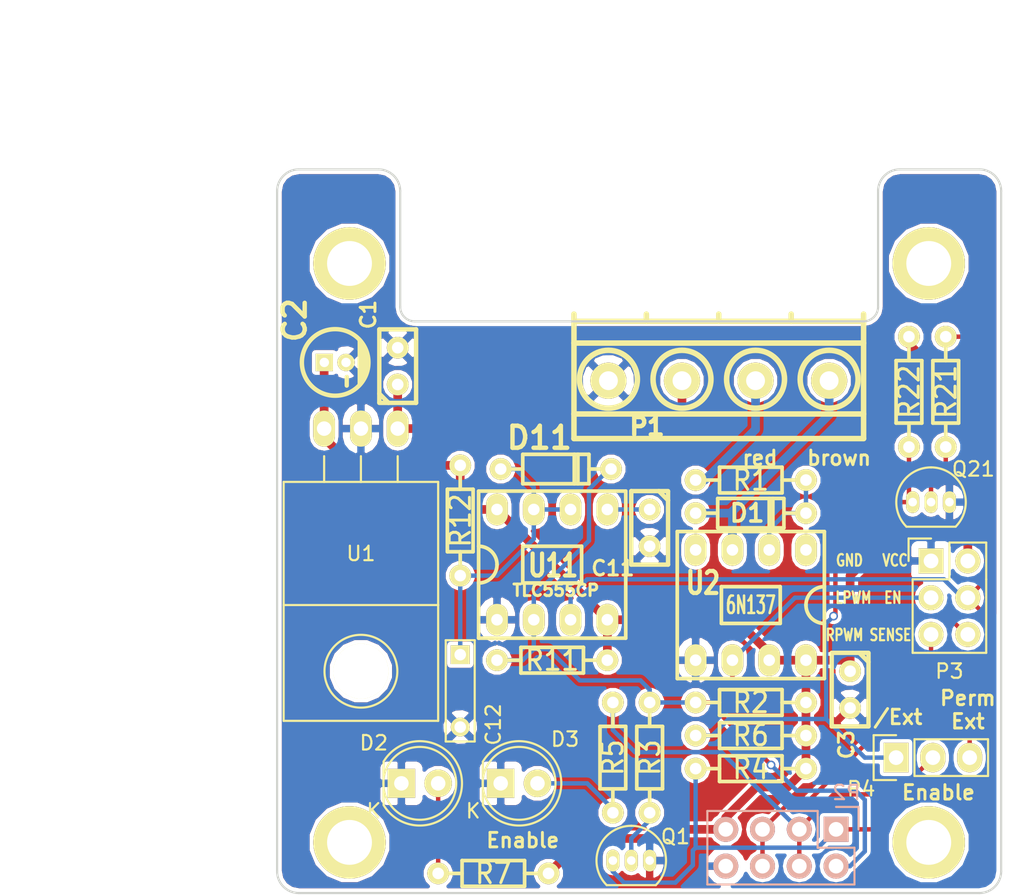
<source format=kicad_pcb>
(kicad_pcb (version 4) (host pcbnew 4.0.2+dfsg1-stable)
  (title_block (title Booster-Link) (date 2018-07-23))
  (layers (0 F.Cu signal) (31 B.Cu signal) (34 B.Paste user) (35 F.Paste user) (36 B.SilkS user) (37 F.SilkS user) (38 B.Mask user) (39 F.Mask user) (44 Edge.Cuts user))
  (net 0 "")
  (net 1 GND)
  (net 2 VCC)
  (net 3 /red)
  (net 4 /brown)
  (net 5 /RPWM)
  (net 6 /LPWM)
  (net 7 /ENABLE)
  (net 8 /SENSE)
  (net 9 /18V+)
  (net 10 /EN)
  (net 11 "Net-(P4-Pad1)")
  (net 12 "Net-(D1-Pad2)")
  (net 13 "Net-(C11-Pad1)")
  (net 14 "Net-(C12-Pad1)")
  (net 15 "Net-(D2-Pad2)")
  (net 16 "Net-(D3-Pad2)")
  (net 17 "Net-(Q1-Pad2)")
  (net 18 "Net-(Q21-Pad2)")
  (net 19 "Net-(U2-Pad1)")
  (net 20 "Net-(U2-Pad4)")
  (module w_pth_circuits:dil_8-300_socket (layer F.Cu) (at 153.162 123.952 180)
    (fp_text reference U2 (at 3.302 1.524 180) (layer F.SilkS) (effects (font (size 1.524 1.143) (thickness 0.28702))))
    (fp_text value 6N137 (at 0 0 180) (layer F.SilkS) (effects (font (size 1.2 0.7) (thickness 0.175))))
    (pad 1 thru_hole oval (at -3.81 3.81 180) (size 1.50114 2.19964) (drill 0.8001) (layers *.Cu *.Mask F.SilkS) (net 19 "Net-(U2-Pad1)"))
    (pad 2 thru_hole oval (at -1.27 3.81 180) (size 1.50114 2.19964) (drill 0.8001) (layers *.Cu *.Mask F.SilkS) (net 12 "Net-(D1-Pad2)"))
    (pad 3 thru_hole oval (at 1.27 3.81 180) (size 1.50114 2.19964) (drill 0.8001) (layers *.Cu *.Mask F.SilkS) (net 4 /brown))
    (pad 4 thru_hole oval (at 3.81 3.81 180) (size 1.50114 2.19964) (drill 0.8001) (layers *.Cu *.Mask F.SilkS) (net 20 "Net-(U2-Pad4)"))
    (pad 5 thru_hole oval (at 3.81 -3.81 180) (size 1.50114 2.19964) (drill 0.8001) (layers *.Cu *.Mask F.SilkS) (net 1 GND))
    (pad 6 thru_hole oval (at 1.27 -3.81 180) (size 1.50114 2.19964) (drill 0.8001) (layers *.Cu *.Mask F.SilkS) (net 6 /LPWM))
    (pad 7 thru_hole oval (at -1.27 -3.81 180) (size 1.50114 2.19964) (drill 0.8001) (layers *.Cu *.Mask F.SilkS) (net 2 VCC))
    (pad 8 thru_hole oval (at -3.81 -3.81 180) (size 1.50114 2.19964) (drill 0.8001) (layers *.Cu *.Mask F.SilkS) (net 2 VCC))
  )
  (module w_conn_mkds:akl0711,5-4 (layer F.Cu) (at 150.95 108.45 180)
    (fp_text reference P1 (at 4.953 -3.175 180) (layer F.SilkS) (effects (font (size 1.2 1.2) (thickness 0.3))))
    (fp_text value Conn_01x04 hide)
    (pad 4 thru_hole circle (at 7.62 0 180) (size 2.5 2.5) (drill 1.3) (layers *.Cu *.Mask F.SilkS) (net 1 GND))
    (pad 3 thru_hole circle (at 2.54 0 180) (size 2.5 2.5) (drill 1.3) (layers *.Cu *.Mask F.SilkS) (net 9 /18V+))
    (pad 1 thru_hole circle (at -7.62 0 180) (size 2.5 2.5) (drill 1.3) (layers *.Cu *.Mask F.SilkS) (net 4 /brown))
    (pad 2 thru_hole circle (at -2.54 0 180) (size 2.5 2.5) (drill 1.3) (layers *.Cu *.Mask F.SilkS) (net 3 /red))
  )
  (module Connect:1pin (layer F.Cu) (at 125.45 140.35 180)
    (fp_text reference REF** hide)
    (fp_text value 1pin hide)
    (pad 1 thru_hole circle (at 0 0 180) (size 5 5) (drill 3.1) (layers *.Cu *.Mask F.SilkS))
  )
  (module Connect:1pin (layer F.Cu) (at 165.45 140.35 180)
    (fp_text reference REF** hide)
    (fp_text value 1pin hide)
    (pad 1 thru_hole circle (at 0 0 180) (size 5 5) (drill 3.1) (layers *.Cu *.Mask F.SilkS))
  )
  (module Connect:1pin (layer F.Cu) (at 125.45 100.35 180)
    (fp_text reference REF** hide)
    (fp_text value 1pin hide)
    (pad 1 thru_hole circle (at 0 0 180) (size 5 5) (drill 3.1) (layers *.Cu *.Mask F.SilkS))
  )
  (module Socket_Strips:Socket_Strip_Straight_2x04 (layer B.Cu) (at 159.05 139.45 180)
    (fp_text reference P2 (at -0.716 2.544 180) (layer B.SilkS) (effects (justify mirror)))
    (fp_text value IBT-2)
    (pad 1 thru_hole rect (at 0 0 180) (size 1.7272 1.7272) (drill 1.016) (layers *.Cu *.Mask B.SilkS) (net 5 /RPWM))
    (pad 2 thru_hole oval (at 0 -2.54 180) (size 1.7272 1.7272) (drill 1.016) (layers *.Cu *.Mask B.SilkS) (net 6 /LPWM))
    (pad 3 thru_hole oval (at 2.54 0 180) (size 1.7272 1.7272) (drill 1.016) (layers *.Cu *.Mask B.SilkS) (net 7 /ENABLE))
    (pad 4 thru_hole oval (at 2.54 -2.54 180) (size 1.7272 1.7272) (drill 1.016) (layers *.Cu *.Mask B.SilkS) (net 7 /ENABLE))
    (pad 5 thru_hole oval (at 5.08 0 180) (size 1.7272 1.7272) (drill 1.016) (layers *.Cu *.Mask B.SilkS) (net 8 /SENSE))
    (pad 6 thru_hole oval (at 5.08 -2.54 180) (size 1.7272 1.7272) (drill 1.016) (layers *.Cu *.Mask B.SilkS) (net 8 /SENSE))
    (pad 7 thru_hole oval (at 7.62 0 180) (size 1.7272 1.7272) (drill 1.016) (layers *.Cu *.Mask B.SilkS) (net 2 VCC))
    (pad 8 thru_hole oval (at 7.62 -2.54 180) (size 1.7272 1.7272) (drill 1.016) (layers *.Cu *.Mask B.SilkS) (net 1 GND))
  )
  (module Connect:1pin (layer F.Cu) (at 165.45 100.35 180)
    (fp_text reference REF** hide)
    (fp_text value 1pin hide)
    (pad 1 thru_hole circle (at 0 0 180) (size 5 5) (drill 3.1) (layers *.Cu *.Mask F.SilkS))
  )
  (module w_capacitors:cnp_3mm_disc (layer F.Cu) (at 128.778 107.442 90)
    (fp_text reference C1 (at 3.556 -2.032 90) (layer F.SilkS) (effects (font (size 1.016 1.016) (thickness 0.2032))))
    (fp_text value 100nF hide)
    (pad 1 thru_hole circle (at -1.27 0 90) (size 1.50114 1.50114) (drill 0.8001) (layers *.Cu *.Mask F.SilkS) (net 9 /18V+))
    (pad 2 thru_hole circle (at 1.27 0 90) (size 1.50114 1.50114) (drill 0.8001) (layers *.Cu *.Mask F.SilkS) (net 1 GND))
  )
  (module w_capacitors:cnp_3mm_disc (layer F.Cu) (at 160.02 129.794 270)
    (fp_text reference C3 (at 3.81 0.254 270) (layer F.SilkS) (effects (font (size 1.016 1.016) (thickness 0.2032))))
    (fp_text value 100nF hide)
    (pad 1 thru_hole circle (at -1.27 0 270) (size 1.50114 1.50114) (drill 0.8001) (layers *.Cu *.Mask F.SilkS) (net 2 VCC))
    (pad 2 thru_hole circle (at 1.27 0 270) (size 1.50114 1.50114) (drill 0.8001) (layers *.Cu *.Mask F.SilkS) (net 1 GND))
  )
  (module w_capacitors:CP_4x5mm (layer F.Cu) (at 124.46 107.188 270)
    (fp_text reference C2 (at -2.921 2.794 270) (layer F.SilkS) (effects (font (thickness 0.3048))))
    (fp_text value 10uF hide)
    (pad 1 thru_hole rect (at 0 0.75 270) (size 1.2 1.2) (drill 0.65) (layers *.Cu *.Mask F.SilkS) (net 2 VCC))
    (pad 2 thru_hole circle (at 0 -0.75 270) (size 1.2 1.2) (drill 0.65) (layers *.Cu *.Mask F.SilkS) (net 1 GND))
  )
  (module w_pth_diodes:diode_do35 (layer F.Cu) (at 153.162 117.602)
    (fp_text reference D1 (at -0.254 0) (layer F.SilkS) (effects (font (size 1.2 1.2) (thickness 0.25))))
    (fp_text value 1N4148 hide)
    (pad 2 thru_hole circle (at 3.81 0) (size 1.5 1.5) (drill 0.8001) (layers *.Cu *.Mask F.SilkS) (net 12 "Net-(D1-Pad2)"))
    (pad 1 thru_hole circle (at -3.81 0) (size 1.5 1.5) (drill 0.8001) (layers *.Cu *.Mask F.SilkS) (net 4 /brown))
  )
  (module Pin_Headers:Pin_Header_Straight_2x03 (layer F.Cu) (at 165.608 120.904)
    (fp_text reference P3 (at 1.27 7.62) (layer F.SilkS))
    (fp_text value EXTCON)
    (pad 1 thru_hole rect (at 0 0) (size 1.7272 1.7272) (drill 1.016) (layers *.Cu *.Mask F.SilkS) (net 1 GND))
    (pad 2 thru_hole oval (at 2.54 0) (size 1.7272 1.7272) (drill 1.016) (layers *.Cu *.Mask F.SilkS) (net 2 VCC))
    (pad 3 thru_hole oval (at 0 2.54) (size 1.7272 1.7272) (drill 1.016) (layers *.Cu *.Mask F.SilkS) (net 6 /LPWM))
    (pad 4 thru_hole oval (at 2.54 2.54) (size 1.7272 1.7272) (drill 1.016) (layers *.Cu *.Mask F.SilkS) (net 10 /EN))
    (pad 5 thru_hole oval (at 0 5.08) (size 1.7272 1.7272) (drill 1.016) (layers *.Cu *.Mask F.SilkS) (net 5 /RPWM))
    (pad 6 thru_hole oval (at 2.54 5.08) (size 1.7272 1.7272) (drill 1.016) (layers *.Cu *.Mask F.SilkS) (net 8 /SENSE))
  )
  (module Pin_Headers:Pin_Header_Straight_1x03 (layer F.Cu) (at 163.195 134.493 90)
    (fp_text reference P4 (at -2.159 -2.413 180) (layer F.SilkS))
    (fp_text value CONN_01X03 hide)
    (pad 1 thru_hole rect (at 0 0 90) (size 2.032 1.7272) (drill 1.016) (layers *.Cu *.Mask F.SilkS) (net 11 "Net-(P4-Pad1)"))
    (pad 2 thru_hole oval (at 0 2.54 90) (size 2.032 1.7272) (drill 1.016) (layers *.Cu *.Mask F.SilkS) (net 7 /ENABLE))
    (pad 3 thru_hole oval (at 0 5.08 90) (size 2.032 1.7272) (drill 1.016) (layers *.Cu *.Mask F.SilkS) (net 10 /EN))
  )
  (module TO_SOT_Packages_THT:TO-92_Inline_Narrow_Oval (layer F.Cu) (at 143.637 141.605)
    (fp_text reference Q1 (at 4.318 -1.651) (layer F.SilkS))
    (fp_text value BC517)
    (pad 2 thru_hole oval (at 1.27 0 180) (size 0.89916 1.50114) (drill 0.6) (layers *.Cu *.Mask F.SilkS) (net 17 "Net-(Q1-Pad2)"))
    (pad 3 thru_hole oval (at 2.54 0 180) (size 0.89916 1.50114) (drill 0.6) (layers *.Cu *.Mask F.SilkS) (net 1 GND))
    (pad 1 thru_hole oval (at 0 0 180) (size 0.89916 1.50114) (drill 0.6) (layers *.Cu *.Mask F.SilkS) (net 5 /RPWM))
  )
  (module w_pth_resistors:RC03 (layer F.Cu) (at 146.177 134.493 90)
    (fp_text reference R3 (at 0 0 90) (layer F.SilkS) (effects (font (size 1.397 1.27) (thickness 0.2032))))
    (fp_text value 1k5 hide)
    (pad 1 thru_hole circle (at -3.81 0 90) (size 1.5 1.5) (drill 0.8001) (layers *.Cu *.Mask F.SilkS) (net 17 "Net-(Q1-Pad2)"))
    (pad 2 thru_hole circle (at 3.81 0 90) (size 1.5 1.5) (drill 0.8001) (layers *.Cu *.Mask F.SilkS) (net 6 /LPWM))
  )
  (module w_pth_resistors:RC03 (layer F.Cu) (at 153.162 135.255 180)
    (fp_text reference R4 (at 0 0 180) (layer F.SilkS) (effects (font (size 1.397 1.27) (thickness 0.2032))))
    (fp_text value 390 hide)
    (pad 1 thru_hole circle (at -3.81 0 180) (size 1.5 1.5) (drill 0.8001) (layers *.Cu *.Mask F.SilkS) (net 2 VCC))
    (pad 2 thru_hole circle (at 3.81 0 180) (size 1.5 1.5) (drill 0.8001) (layers *.Cu *.Mask F.SilkS) (net 5 /RPWM))
  )
  (module w_pth_resistors:RC03 (layer F.Cu) (at 153.162 130.683 180)
    (fp_text reference R2 (at 0 0 180) (layer F.SilkS) (effects (font (size 1.397 1.27) (thickness 0.2032))))
    (fp_text value 390 hide)
    (pad 1 thru_hole circle (at -3.81 0 180) (size 1.5 1.5) (drill 0.8001) (layers *.Cu *.Mask F.SilkS) (net 2 VCC))
    (pad 2 thru_hole circle (at 3.81 0 180) (size 1.5 1.5) (drill 0.8001) (layers *.Cu *.Mask F.SilkS) (net 6 /LPWM))
  )
  (module w_pth_resistors:RC03 (layer F.Cu) (at 153.162 132.969 180)
    (fp_text reference R6 (at 0 0 180) (layer F.SilkS) (effects (font (size 1.397 1.27) (thickness 0.2032))))
    (fp_text value 390 hide)
    (pad 1 thru_hole circle (at -3.81 0 180) (size 1.5 1.5) (drill 0.8001) (layers *.Cu *.Mask F.SilkS) (net 2 VCC))
    (pad 2 thru_hole circle (at 3.81 0 180) (size 1.5 1.5) (drill 0.8001) (layers *.Cu *.Mask F.SilkS) (net 11 "Net-(P4-Pad1)"))
  )
  (module 78xx:TO-220-78xx (layer F.Cu) (at 126.238 111.76 180)
    (fp_text reference U1 (at 0 -8.636 180) (layer F.SilkS))
    (fp_text value 7805)
    (pad GND thru_hole oval (at 0 0 270) (size 2.49936 1.50114) (drill 1.00076) (layers *.Cu *.Mask F.SilkS) (net 1 GND))
    (pad VI thru_hole oval (at -2.54 0 270) (size 2.49936 1.50114) (drill 1.00076) (layers *.Cu *.Mask F.SilkS) (net 9 /18V+))
    (pad VO thru_hole oval (at 2.54 0 270) (size 2.49936 1.50114) (drill 1.00076) (layers *.Cu *.Mask F.SilkS) (net 2 VCC))
    (pad "" np_thru_hole circle (at 0 -16.764 270) (size 3.79984 3.79984) (drill 3.79984) (layers *.Cu *.Mask F.SilkS))
  )
  (module LEDs:LED-5MM (layer F.Cu) (at 129.032 136.271)
    (fp_text reference D2 (at -1.905 -2.794) (layer F.SilkS))
    (fp_text value Led_Small hide)
    (fp_text user K (at -1.905 1.905) (layer F.SilkS))
    (pad 1 thru_hole rect (at 0 0 90) (size 2 1.9) (drill 1.00076) (layers *.Cu *.Mask F.SilkS) (net 1 GND))
    (pad 2 thru_hole circle (at 2.54 0) (size 1.9 1.9) (drill 1.00076) (layers *.Cu *.Mask F.SilkS) (net 15 "Net-(D2-Pad2)"))
  )
  (module w_pth_resistors:RC03 (layer F.Cu) (at 135.382 142.494)
    (fp_text reference R7 (at 0 0) (layer F.SilkS) (effects (font (size 1.397 1.27) (thickness 0.2032))))
    (fp_text value 1k5 hide)
    (pad 1 thru_hole circle (at -3.81 0) (size 1.5 1.5) (drill 0.8001) (layers *.Cu *.Mask F.SilkS) (net 15 "Net-(D2-Pad2)"))
    (pad 2 thru_hole circle (at 3.81 0) (size 1.5 1.5) (drill 0.8001) (layers *.Cu *.Mask F.SilkS) (net 2 VCC))
  )
  (module w_pth_resistors:RC03 (layer F.Cu) (at 153.162 115.316 180)
    (fp_text reference R1 (at 0 0 180) (layer F.SilkS) (effects (font (size 1.397 1.27) (thickness 0.2032))))
    (fp_text value 1k5 hide)
    (pad 1 thru_hole circle (at -3.81 0 180) (size 1.5 1.5) (drill 0.8001) (layers *.Cu *.Mask F.SilkS) (net 12 "Net-(D1-Pad2)"))
    (pad 2 thru_hole circle (at 3.81 0 180) (size 1.5 1.5) (drill 0.8001) (layers *.Cu *.Mask F.SilkS) (net 3 /red))
  )
  (module w_capacitors:cnp_3mm_disc (layer F.Cu) (at 146.177 118.618 270)
    (fp_text reference C11 (at 2.794 2.54 360) (layer F.SilkS) (effects (font (size 1.016 1.016) (thickness 0.2032))))
    (fp_text value 100nF hide)
    (pad 1 thru_hole circle (at -1.27 0 270) (size 1.50114 1.50114) (drill 0.8001) (layers *.Cu *.Mask F.SilkS) (net 13 "Net-(C11-Pad1)"))
    (pad 2 thru_hole circle (at 1.27 0 270) (size 1.50114 1.50114) (drill 0.8001) (layers *.Cu *.Mask F.SilkS) (net 1 GND))
  )
  (module w_pth_resistors:RC03 (layer F.Cu) (at 133.096 118.11 90)
    (fp_text reference R12 (at 0 0 90) (layer F.SilkS) (effects (font (size 1.397 1.27) (thickness 0.2032))))
    (fp_text value 100k hide)
    (pad 1 thru_hole circle (at -3.81 0 90) (size 1.5 1.5) (drill 0.8001) (layers *.Cu *.Mask F.SilkS) (net 14 "Net-(C12-Pad1)"))
    (pad 2 thru_hole circle (at 3.81 0 90) (size 1.5 1.5) (drill 0.8001) (layers *.Cu *.Mask F.SilkS) (net 2 VCC))
  )
  (module LEDs:LED-5MM (layer F.Cu) (at 135.89 136.271)
    (fp_text reference D3 (at 4.445 -3.048) (layer F.SilkS))
    (fp_text value Led_Small hide)
    (fp_text user K (at -1.905 1.905) (layer F.SilkS))
    (pad 1 thru_hole rect (at 0 0 90) (size 2 1.9) (drill 1.00076) (layers *.Cu *.Mask F.SilkS) (net 1 GND))
    (pad 2 thru_hole circle (at 2.54 0) (size 1.9 1.9) (drill 1.00076) (layers *.Cu *.Mask F.SilkS) (net 16 "Net-(D3-Pad2)"))
  )
  (module w_pth_diodes:diode_do35 (layer F.Cu) (at 139.7 114.554)
    (fp_text reference D11 (at -1.143 -2.159) (layer F.SilkS) (effects (font (thickness 0.3048))))
    (fp_text value 1N4148 hide)
    (pad 2 thru_hole circle (at 3.81 0) (size 1.5 1.5) (drill 0.8001) (layers *.Cu *.Mask F.SilkS) (net 6 /LPWM))
    (pad 1 thru_hole circle (at -3.81 0) (size 1.5 1.5) (drill 0.8001) (layers *.Cu *.Mask F.SilkS) (net 14 "Net-(C12-Pad1)"))
  )
  (module w_pth_resistors:RC03 (layer F.Cu) (at 139.446 127.762 180)
    (fp_text reference R11 (at 0 0 180) (layer F.SilkS) (effects (font (size 1.397 1.27) (thickness 0.2032))))
    (fp_text value 100k hide)
    (pad 1 thru_hole circle (at -3.81 0 180) (size 1.5 1.5) (drill 0.8001) (layers *.Cu *.Mask F.SilkS) (net 2 VCC))
    (pad 2 thru_hole circle (at 3.81 0 180) (size 1.5 1.5) (drill 0.8001) (layers *.Cu *.Mask F.SilkS) (net 6 /LPWM))
  )
  (module w_pth_circuits:dil_8-300_socket (layer F.Cu) (at 139.446 121.158)
    (fp_text reference U11 (at 0.0635 0.0635) (layer F.SilkS) (effects (font (size 1.524 1.143) (thickness 0.28702))))
    (fp_text value TLC555CP (at 0.254 1.778) (layer F.SilkS) (effects (font (size 0.8 0.8) (thickness 0.2))))
    (pad 1 thru_hole oval (at -3.81 3.81) (size 1.50114 2.19964) (drill 0.8001) (layers *.Cu *.Mask F.SilkS) (net 1 GND))
    (pad 2 thru_hole oval (at -1.27 3.81) (size 1.50114 2.19964) (drill 0.8001) (layers *.Cu *.Mask F.SilkS) (net 6 /LPWM))
    (pad 3 thru_hole oval (at 1.27 3.81) (size 1.50114 2.19964) (drill 0.8001) (layers *.Cu *.Mask F.SilkS) (net 10 /EN))
    (pad 4 thru_hole oval (at 3.81 3.81) (size 1.50114 2.19964) (drill 0.8001) (layers *.Cu *.Mask F.SilkS) (net 2 VCC))
    (pad 5 thru_hole oval (at 3.81 -3.81) (size 1.50114 2.19964) (drill 0.8001) (layers *.Cu *.Mask F.SilkS) (net 13 "Net-(C11-Pad1)"))
    (pad 6 thru_hole oval (at 1.27 -3.81) (size 1.50114 2.19964) (drill 0.8001) (layers *.Cu *.Mask F.SilkS) (net 14 "Net-(C12-Pad1)"))
    (pad 7 thru_hole oval (at -1.27 -3.81) (size 1.50114 2.19964) (drill 0.8001) (layers *.Cu *.Mask F.SilkS) (net 14 "Net-(C12-Pad1)"))
    (pad 8 thru_hole oval (at -3.81 -3.81) (size 1.50114 2.19964) (drill 0.8001) (layers *.Cu *.Mask F.SilkS) (net 2 VCC))
  )
  (module Capacitors_ThroughHole:C_Rect_L7_W2_P5 (layer F.Cu) (at 133.096 127.381 270)
    (fp_text reference C12 (at 4.826 -2.286 270) (layer F.SilkS))
    (fp_text value 2.2uF)
    (pad 1 thru_hole rect (at 0 0 270) (size 1.3 1.3) (drill 0.8) (layers *.Cu *.Mask F.SilkS) (net 14 "Net-(C12-Pad1)"))
    (pad 2 thru_hole circle (at 5 0 270) (size 1.3 1.3) (drill 0.8) (layers *.Cu *.Mask F.SilkS) (net 1 GND))
  )
  (module TO_SOT_Packages_THT:TO-92_Inline_Narrow_Oval (layer F.Cu) (at 164.338 116.84)
    (fp_text reference Q21 (at 4.191 -2.286) (layer F.SilkS))
    (fp_text value BC517)
    (pad 2 thru_hole oval (at 1.27 0 180) (size 0.89916 1.50114) (drill 0.6) (layers *.Cu *.Mask F.SilkS) (net 18 "Net-(Q21-Pad2)"))
    (pad 3 thru_hole oval (at 2.54 0 180) (size 0.89916 1.50114) (drill 0.6) (layers *.Cu *.Mask F.SilkS) (net 1 GND))
    (pad 1 thru_hole oval (at 0 0 180) (size 0.89916 1.50114) (drill 0.6) (layers *.Cu *.Mask F.SilkS) (net 11 "Net-(P4-Pad1)"))
  )
  (module w_pth_resistors:RC03 (layer F.Cu) (at 166.624 109.22 90)
    (fp_text reference R21 (at 0 0 90) (layer F.SilkS) (effects (font (size 1.397 1.27) (thickness 0.2032))))
    (fp_text value 1k5 hide)
    (pad 1 thru_hole circle (at -3.81 0 90) (size 1.5 1.5) (drill 0.8001) (layers *.Cu *.Mask F.SilkS) (net 18 "Net-(Q21-Pad2)"))
    (pad 2 thru_hole circle (at 3.81 0 90) (size 1.5 1.5) (drill 0.8001) (layers *.Cu *.Mask F.SilkS) (net 10 /EN))
  )
  (module w_pth_resistors:RC03 (layer F.Cu) (at 164.084 109.22 270)
    (fp_text reference R22 (at 0 0 270) (layer F.SilkS) (effects (font (size 1.397 1.27) (thickness 0.2032))))
    (fp_text value 390 hide)
    (pad 1 thru_hole circle (at -3.81 0 270) (size 1.5 1.5) (drill 0.8001) (layers *.Cu *.Mask F.SilkS) (net 2 VCC))
    (pad 2 thru_hole circle (at 3.81 0 270) (size 1.5 1.5) (drill 0.8001) (layers *.Cu *.Mask F.SilkS) (net 11 "Net-(P4-Pad1)"))
  )
  (module w_pth_resistors:RC03 (layer F.Cu) (at 143.637 134.493 270)
    (fp_text reference R5 (at 0 0 270) (layer F.SilkS) (effects (font (size 1.397 1.27) (thickness 0.2032))))
    (fp_text value 1k5 hide)
    (pad 1 thru_hole circle (at -3.81 0 270) (size 1.5 1.5) (drill 0.8001) (layers *.Cu *.Mask F.SilkS) (net 7 /ENABLE))
    (pad 2 thru_hole circle (at 3.81 0 270) (size 1.5 1.5) (drill 0.8001) (layers *.Cu *.Mask F.SilkS) (net 16 "Net-(D3-Pad2)"))
  )
  (module w_logo:Logo_copper_CC-BY-NC-SA_10x3.6mm (layer F.Cu) (at 135.382 106.553)
    (fp_text reference G*** hide)
    (fp_text value LOGO hide)
    (fp_poly (pts (xy 4.99872 1.75006) (xy 4.90982 1.75006) (xy 4.90982 0.6985) (xy 4.90982 -0.44958) (xy 4.90982 -1.6002) (xy 4.87934 -1.63068) (xy 4.8514 -1.65862) (xy 0 -1.65862) (xy -4.8514 -1.65862) (xy -4.87934 -1.63068) (xy -4.90982 -1.6002) (xy -4.90982 -0.44958) (xy -4.90982 0.6985) (xy -4.73202 0.6985) (xy -4.55422 0.6985) (xy -4.48818 0.8001) (xy -4.39166 0.93218) (xy -4.2799 1.05156) (xy -4.15544 1.15824) (xy -4.01828 1.25222) (xy -3.8735 1.33096) (xy -3.71856 1.39192) (xy -3.556 1.43764) (xy -3.42646 1.45796) (xy -3.36042 1.46304) (xy -3.27914 1.46558) (xy -3.19278 1.46304) (xy -3.10642 1.45542) (xy -3.02768 1.4478) (xy -2.98196 1.44018) (xy -2.81178 1.39446) (xy -2.6543 1.33604) (xy -2.50444 1.2573) (xy -2.36728 1.16332) (xy -2.23774 1.04902) (xy -2.1844 0.99568) (xy -2.14122 0.94742) (xy -2.0955 0.89154) (xy -2.05486 0.8382) (xy -2.02946 0.8001) (xy -1.96342 0.70104) (xy 1.47066 0.6985) (xy 4.90982 0.6985) (xy 4.90982 1.75006) (xy 4.89966 1.75006) (xy 4.89966 1.66878) (xy 4.89966 1.22936) (xy 4.89966 0.78994) (xy 1.4986 0.78994) (xy -1.89738 0.78994) (xy -1.96088 0.88138) (xy -2.03708 0.98806) (xy -2.11074 1.08204) (xy -2.18948 1.16078) (xy -2.27076 1.22682) (xy -2.3622 1.29032) (xy -2.43078 1.33096) (xy -2.54 1.38684) (xy -2.63652 1.43256) (xy -2.72796 1.46812) (xy -2.82194 1.4986) (xy -2.91846 1.524) (xy -2.92354 1.524) (xy -3.06832 1.5494) (xy -3.2004 1.5621) (xy -3.32994 1.5621) (xy -3.46202 1.5494) (xy -3.59664 1.524) (xy -3.74904 1.47828) (xy -3.90144 1.41224) (xy -4.05892 1.32842) (xy -4.2164 1.22428) (xy -4.26974 1.18618) (xy -4.31038 1.15316) (xy -4.3561 1.10744) (xy -4.4069 1.05664) (xy -4.46024 1.00076) (xy -4.5085 0.94488) (xy -4.55168 0.89408) (xy -4.5847 0.84836) (xy -4.59994 0.82042) (xy -4.61772 0.78994) (xy -4.76758 0.78994) (xy -4.91998 0.78994) (xy -4.91998 1.22936) (xy -4.91998 1.66878) (xy -0.00762 1.66878) (xy 4.89966 1.66878) (xy 4.89966 1.75006) (xy 0.00508 1.75006) (xy -4.98602 1.75006) (xy -4.99364 1.60528) (xy -4.99364 1.57734) (xy -4.99618 1.53162) (xy -4.99618 1.46812) (xy -4.99618 1.38938) (xy -4.99618 1.29794) (xy -4.99872 1.19634) (xy -4.99872 1.0795) (xy -4.99872 0.95504) (xy -4.99872 0.82296) (xy -4.99872 0.68072) (xy -4.99872 0.5334) (xy -4.99872 0.381) (xy -4.99872 0.22606) (xy -4.99872 0.06858) (xy -4.99618 -0.08636) (xy -4.99618 -0.24638) (xy -4.99618 -0.40386) (xy -4.99618 -0.55626) (xy -4.99618 -0.70866) (xy -4.99364 -0.85344) (xy -4.99364 -0.9906) (xy -4.99364 -1.12014) (xy -4.99364 -1.24206) (xy -4.9911 -1.35382) (xy -4.9911 -1.45288) (xy -4.9911 -1.53924) (xy -4.98856 -1.6129) (xy -4.98856 -1.66878) (xy -4.98856 -1.70942) (xy -4.98602 -1.73228) (xy -4.98602 -1.73482) (xy -4.97586 -1.73736) (xy -4.94538 -1.73736) (xy -4.89712 -1.73736) (xy -4.83108 -1.73736) (xy -4.7498 -1.73736) (xy -4.6482 -1.73736) (xy -4.5339 -1.7399) (xy -4.40436 -1.7399) (xy -4.25958 -1.7399) (xy -4.1021 -1.7399) (xy -3.93192 -1.7399) (xy -3.75158 -1.7399) (xy -3.55854 -1.74244) (xy -3.35534 -1.74244) (xy -3.14198 -1.74244) (xy -2.91846 -1.74244) (xy -2.68732 -1.74244) (xy -2.4511 -1.74244) (xy -2.20472 -1.74244) (xy -1.95326 -1.74244) (xy -1.69672 -1.74498) (xy -1.43764 -1.74498) (xy -1.17094 -1.74498) (xy -0.90424 -1.74498) (xy -0.63246 -1.74498) (xy -0.36068 -1.74498) (xy -0.0889 -1.74498) (xy 0.18288 -1.74498) (xy 0.45466 -1.74498) (xy 0.72644 -1.74498) (xy 0.99568 -1.74498) (xy 1.26238 -1.74498) (xy 1.524 -1.74498) (xy 1.78308 -1.74498) (xy 2.03708 -1.74498) (xy 2.286 -1.74498) (xy 2.5273 -1.74498) (xy 2.76352 -1.74498) (xy 2.98958 -1.74498) (xy 3.20802 -1.74498) (xy 3.4163 -1.74498) (xy 3.61442 -1.74498) (xy 3.80492 -1.74498) (xy 3.98018 -1.74498) (xy 4.14528 -1.74498) (xy 4.29514 -1.74498) (xy 4.4323 -1.74498) (xy 4.55676 -1.74498) (xy 4.66344 -1.74498) (xy 4.75488 -1.74244) (xy 4.83108 -1.74244) (xy 4.8895 -1.74244) (xy 4.9276 -1.74244) (xy 4.95046 -1.74244) (xy 4.953 -1.74244) (xy 4.99872 -1.73736) (xy 4.99872 0.00508) (xy 4.99872 1.75006) (xy 4.99872 1.75006)) (layer F.Cu) (width 0.00254))
    (fp_poly (pts (xy 1.98882 1.31826) (xy 1.98374 1.3462) (xy 1.95834 1.41732) (xy 1.92024 1.47066) (xy 1.86944 1.5113) (xy 1.80848 1.53416) (xy 1.73736 1.54178) (xy 1.69418 1.5367) (xy 1.64084 1.52654) (xy 1.6002 1.50622) (xy 1.55956 1.4732) (xy 1.54178 1.45542) (xy 1.50368 1.39954) (xy 1.47828 1.3335) (xy 1.47066 1.26492) (xy 1.47574 1.1938) (xy 1.49352 1.12522) (xy 1.52908 1.06426) (xy 1.5494 1.03886) (xy 1.60274 0.99822) (xy 1.6637 0.97282) (xy 1.7272 0.96266) (xy 1.7907 0.96774) (xy 1.84912 0.98552) (xy 1.90246 1.01854) (xy 1.94564 1.06426) (xy 1.95834 1.08966) (xy 1.97104 1.1176) (xy 1.97866 1.143) (xy 1.97866 1.14808) (xy 1.97612 1.16078) (xy 1.96596 1.16586) (xy 1.9431 1.1684) (xy 1.92532 1.1684) (xy 1.8923 1.1684) (xy 1.87452 1.16332) (xy 1.86182 1.15316) (xy 1.8542 1.13792) (xy 1.82372 1.09982) (xy 1.78562 1.0795) (xy 1.74244 1.06934) (xy 1.69926 1.07696) (xy 1.65862 1.09728) (xy 1.6256 1.13284) (xy 1.61544 1.15316) (xy 1.60274 1.1938) (xy 1.59766 1.24714) (xy 1.6002 1.30048) (xy 1.61036 1.3462) (xy 1.61544 1.35636) (xy 1.64592 1.39954) (xy 1.68656 1.42494) (xy 1.73228 1.43764) (xy 1.778 1.43256) (xy 1.79832 1.4224) (xy 1.82626 1.40208) (xy 1.84658 1.3716) (xy 1.85928 1.34112) (xy 1.85928 1.3335) (xy 1.86182 1.32588) (xy 1.87706 1.3208) (xy 1.905 1.31826) (xy 1.92278 1.31826) (xy 1.98882 1.31826) (xy 1.98882 1.31826)) (layer F.Cu) (width 0.00254))
    (fp_poly (pts (xy 3.53822 1.38938) (xy 3.52806 1.42748) (xy 3.5052 1.46304) (xy 3.49758 1.4732) (xy 3.45948 1.50622) (xy 3.40614 1.52908) (xy 3.34518 1.54178) (xy 3.28168 1.54178) (xy 3.27406 1.54178) (xy 3.20294 1.52654) (xy 3.14706 1.49606) (xy 3.10642 1.45542) (xy 3.08102 1.40208) (xy 3.07848 1.397) (xy 3.0734 1.36652) (xy 3.07848 1.34874) (xy 3.09626 1.34112) (xy 3.12928 1.34112) (xy 3.13944 1.34112) (xy 3.16992 1.34366) (xy 3.1877 1.34874) (xy 3.19786 1.36144) (xy 3.20294 1.37922) (xy 3.22326 1.41224) (xy 3.25628 1.43764) (xy 3.29946 1.4478) (xy 3.34772 1.44272) (xy 3.37566 1.4351) (xy 3.40614 1.41732) (xy 3.41884 1.39446) (xy 3.4163 1.36652) (xy 3.40868 1.35128) (xy 3.39344 1.33858) (xy 3.36804 1.32588) (xy 3.32994 1.31064) (xy 3.2766 1.29286) (xy 3.24866 1.28524) (xy 3.2004 1.27) (xy 3.16738 1.25476) (xy 3.14452 1.23952) (xy 3.13182 1.22428) (xy 3.10134 1.17856) (xy 3.09118 1.13538) (xy 3.09626 1.08966) (xy 3.11658 1.04902) (xy 3.1496 1.01346) (xy 3.19278 0.98552) (xy 3.24358 0.96774) (xy 3.302 0.96266) (xy 3.35788 0.96774) (xy 3.42138 0.98806) (xy 3.46964 1.016) (xy 3.50012 1.05664) (xy 3.51536 1.10744) (xy 3.51536 1.10744) (xy 3.52044 1.14808) (xy 3.46456 1.14808) (xy 3.43154 1.14808) (xy 3.41376 1.143) (xy 3.4036 1.13538) (xy 3.39598 1.1176) (xy 3.3782 1.08712) (xy 3.34518 1.06934) (xy 3.30708 1.05918) (xy 3.26898 1.06426) (xy 3.23596 1.0795) (xy 3.23342 1.08458) (xy 3.21564 1.1049) (xy 3.21056 1.12268) (xy 3.22072 1.14046) (xy 3.2258 1.14808) (xy 3.24866 1.16078) (xy 3.2893 1.17856) (xy 3.34772 1.19634) (xy 3.3528 1.19634) (xy 3.41884 1.2192) (xy 3.46964 1.23952) (xy 3.50266 1.26492) (xy 3.52552 1.2954) (xy 3.53568 1.3335) (xy 3.53568 1.34112) (xy 3.53822 1.38938) (xy 3.53822 1.38938)) (layer F.Cu) (width 0.00254))
    (fp_poly (pts (xy -0.762 1.38938) (xy -0.77724 1.44018) (xy -0.81026 1.48336) (xy -0.85344 1.50876) (xy -0.87122 1.51638) (xy -0.889 1.52146) (xy -0.889 1.3589) (xy -0.89154 1.32842) (xy -0.90424 1.3081) (xy -0.90932 1.30556) (xy -0.90932 1.1303) (xy -0.91948 1.10236) (xy -0.92456 1.09474) (xy -0.9398 1.08458) (xy -0.96774 1.0795) (xy -1.00838 1.0795) (xy -1.01854 1.0795) (xy -1.09728 1.0795) (xy -1.09982 1.10998) (xy -1.10236 1.143) (xy -1.09982 1.17094) (xy -1.09728 1.18618) (xy -1.0922 1.1938) (xy -1.07696 1.19888) (xy -1.04902 1.19888) (xy -1.02616 1.19888) (xy -0.97536 1.19634) (xy -0.9398 1.18872) (xy -0.93218 1.18364) (xy -0.9144 1.16078) (xy -0.90932 1.1303) (xy -0.90932 1.30556) (xy -0.92964 1.2954) (xy -0.96774 1.29032) (xy -1.016 1.28778) (xy -1.09982 1.28778) (xy -1.09982 1.3589) (xy -1.09982 1.43002) (xy -1.01092 1.43002) (xy -0.9652 1.42748) (xy -0.93472 1.42494) (xy -0.9144 1.41732) (xy -0.90678 1.41224) (xy -0.89154 1.38684) (xy -0.889 1.3589) (xy -0.889 1.52146) (xy -0.89408 1.52146) (xy -0.92202 1.52654) (xy -0.96012 1.52654) (xy -1.01346 1.52908) (xy -1.06172 1.52908) (xy -1.22936 1.52908) (xy -1.22936 1.25476) (xy -1.22936 0.9779) (xy -1.06426 0.9779) (xy -0.9906 0.98044) (xy -0.93726 0.98044) (xy -0.89408 0.98552) (xy -0.8636 0.99314) (xy -0.84074 1.0033) (xy -0.82296 1.01854) (xy -0.81534 1.02616) (xy -0.8001 1.0541) (xy -0.79248 1.0922) (xy -0.78994 1.13284) (xy -0.79248 1.15316) (xy -0.80518 1.17856) (xy -0.8255 1.20396) (xy -0.82804 1.2065) (xy -0.84328 1.22428) (xy -0.84582 1.23444) (xy -0.8382 1.23698) (xy -0.8128 1.25476) (xy -0.78486 1.2827) (xy -0.76708 1.31826) (xy -0.76454 1.3335) (xy -0.762 1.38938) (xy -0.762 1.38938)) (layer F.Cu) (width 0.00254))
    (fp_poly (pts (xy -0.21082 0.9779) (xy -0.31496 1.15316) (xy -0.4191 1.32842) (xy -0.4191 1.42748) (xy -0.4191 1.52908) (xy -0.47752 1.52908) (xy -0.53848 1.52908) (xy -0.53848 1.4224) (xy -0.53848 1.31572) (xy -0.635 1.1557) (xy -0.66548 1.1049) (xy -0.69342 1.05918) (xy -0.71374 1.02108) (xy -0.72898 0.99822) (xy -0.7366 0.98552) (xy -0.72898 0.98298) (xy -0.70612 0.98044) (xy -0.6731 0.9779) (xy -0.67056 0.9779) (xy -0.59944 0.9779) (xy -0.53848 1.08458) (xy -0.51054 1.13284) (xy -0.49022 1.16332) (xy -0.47498 1.17856) (xy -0.46736 1.17856) (xy -0.45974 1.16332) (xy -0.4445 1.13792) (xy -0.42164 1.09982) (xy -0.4064 1.07442) (xy -0.35306 0.98298) (xy -0.28194 0.98044) (xy -0.21082 0.9779) (xy -0.21082 0.9779)) (layer F.Cu) (width 0.00254))
    (fp_poly (pts (xy 1.38938 1.52908) (xy 1.32588 1.52908) (xy 1.26492 1.52908) (xy 1.15316 1.35128) (xy 1.04394 1.17602) (xy 1.0414 1.35382) (xy 1.03886 1.52908) (xy 0.9779 1.52908) (xy 0.91948 1.52908) (xy 0.91948 1.25476) (xy 0.91948 0.9779) (xy 0.98298 0.9779) (xy 1.04648 0.9779) (xy 1.15316 1.15316) (xy 1.18618 1.2065) (xy 1.21666 1.25222) (xy 1.23952 1.28778) (xy 1.2573 1.31318) (xy 1.26492 1.32334) (xy 1.26746 1.32334) (xy 1.26746 1.31318) (xy 1.27 1.28524) (xy 1.27 1.2446) (xy 1.27 1.1938) (xy 1.27 1.15062) (xy 1.26746 0.9779) (xy 1.32842 0.9779) (xy 1.38938 0.9779) (xy 1.38938 1.25476) (xy 1.38938 1.52908) (xy 1.38938 1.52908)) (layer F.Cu) (width 0.00254))
    (fp_poly (pts (xy 4.0894 1.52146) (xy 4.07924 1.52654) (xy 4.05638 1.52908) (xy 4.0259 1.52908) (xy 3.9624 1.52908) (xy 3.94462 1.46812) (xy 3.92684 1.4097) (xy 3.88874 1.4097) (xy 3.88874 1.3081) (xy 3.85826 1.2192) (xy 3.84302 1.1811) (xy 3.83286 1.15062) (xy 3.8227 1.13792) (xy 3.82016 1.13538) (xy 3.81254 1.14808) (xy 3.80238 1.17348) (xy 3.78968 1.2065) (xy 3.77698 1.24206) (xy 3.76682 1.27254) (xy 3.76174 1.2954) (xy 3.7592 1.30302) (xy 3.76936 1.30556) (xy 3.79222 1.3081) (xy 3.8227 1.3081) (xy 3.88874 1.3081) (xy 3.88874 1.4097) (xy 3.8227 1.4097) (xy 3.7211 1.4097) (xy 3.69824 1.46812) (xy 3.67538 1.52908) (xy 3.61442 1.52908) (xy 3.55092 1.52908) (xy 3.65506 1.2573) (xy 3.75666 0.98298) (xy 3.82524 0.98298) (xy 3.89128 0.98298) (xy 3.99034 1.24968) (xy 4.01574 1.31826) (xy 4.0386 1.37922) (xy 4.05892 1.4351) (xy 4.07416 1.47828) (xy 4.08432 1.50622) (xy 4.0894 1.52146) (xy 4.0894 1.52146) (xy 4.0894 1.52146)) (layer F.Cu) (width 0.00254))
    (fp_poly (pts (xy -1.96088 -0.13716) (xy -1.96088 -0.06604) (xy -1.96596 0.02794) (xy -1.97358 0.11176) (xy -1.98628 0.18796) (xy -2.00406 0.25908) (xy -2.02946 0.33274) (xy -2.04724 0.38354) (xy -2.11074 0.51308) (xy -2.18948 0.635) (xy -2.19202 0.63754) (xy -2.19202 -0.13716) (xy -2.20218 -0.27686) (xy -2.23012 -0.41148) (xy -2.27584 -0.54102) (xy -2.33934 -0.66548) (xy -2.41808 -0.77978) (xy -2.51206 -0.88392) (xy -2.62128 -0.9779) (xy -2.7432 -1.05918) (xy -2.75082 -1.06172) (xy -2.8702 -1.1176) (xy -2.9972 -1.15824) (xy -3.13182 -1.1811) (xy -3.26898 -1.18618) (xy -3.40614 -1.17602) (xy -3.53822 -1.15062) (xy -3.66522 -1.10744) (xy -3.7465 -1.06934) (xy -3.8608 -0.99822) (xy -3.96748 -0.90932) (xy -4.06146 -0.81026) (xy -4.14528 -0.70104) (xy -4.21386 -0.5842) (xy -4.2672 -0.46228) (xy -4.28752 -0.3937) (xy -4.318 -0.24892) (xy -4.32562 -0.10668) (xy -4.31546 0.03048) (xy -4.28498 0.16764) (xy -4.23672 0.29718) (xy -4.16814 0.42164) (xy -4.08432 0.54102) (xy -3.98526 0.6477) (xy -3.86842 0.74422) (xy -3.74904 0.82042) (xy -3.62204 0.87884) (xy -3.48996 0.91948) (xy -3.3528 0.9398) (xy -3.20548 0.9398) (xy -3.0734 0.9271) (xy -2.95148 0.89916) (xy -2.8321 0.85344) (xy -2.71526 0.79248) (xy -2.60604 0.71628) (xy -2.50444 0.62992) (xy -2.41554 0.5334) (xy -2.34188 0.42926) (xy -2.28346 0.32004) (xy -2.26822 0.28702) (xy -2.2225 0.14478) (xy -2.1971 0.00254) (xy -2.19202 -0.13716) (xy -2.19202 0.63754) (xy -2.28346 0.7493) (xy -2.3876 0.85344) (xy -2.50444 0.94488) (xy -2.63144 1.02362) (xy -2.76352 1.08712) (xy -2.89814 1.13538) (xy -3.03784 1.16586) (xy -3.10388 1.17348) (xy -3.16738 1.17856) (xy -3.21818 1.1811) (xy -3.26136 1.18364) (xy -3.29946 1.18364) (xy -3.3401 1.1811) (xy -3.37566 1.17856) (xy -3.52806 1.15824) (xy -3.67284 1.12014) (xy -3.81 1.06172) (xy -3.94208 0.98806) (xy -4.06908 0.89408) (xy -4.191 0.77978) (xy -4.19354 0.77724) (xy -4.30022 0.65532) (xy -4.38912 0.53086) (xy -4.4577 0.39878) (xy -4.5085 0.26162) (xy -4.54152 0.1143) (xy -4.55676 -0.0381) (xy -4.5593 -0.11938) (xy -4.55422 -0.26162) (xy -4.5339 -0.39624) (xy -4.50088 -0.5207) (xy -4.45516 -0.64516) (xy -4.41706 -0.72136) (xy -4.33578 -0.85598) (xy -4.23926 -0.98044) (xy -4.13004 -1.0922) (xy -4.01066 -1.18872) (xy -3.87858 -1.27254) (xy -3.74142 -1.33858) (xy -3.59664 -1.38684) (xy -3.5052 -1.40716) (xy -3.43916 -1.41478) (xy -3.35788 -1.41986) (xy -3.27152 -1.4224) (xy -3.18516 -1.41986) (xy -3.10134 -1.41732) (xy -3.03022 -1.4097) (xy -3.01498 -1.40462) (xy -2.86258 -1.36906) (xy -2.7178 -1.31318) (xy -2.58318 -1.24206) (xy -2.45618 -1.1557) (xy -2.33934 -1.0541) (xy -2.23774 -0.9398) (xy -2.1463 -0.81534) (xy -2.07264 -0.67818) (xy -2.01676 -0.53594) (xy -2.0066 -0.49784) (xy -1.98628 -0.42926) (xy -1.97358 -0.36322) (xy -1.96596 -0.29464) (xy -1.96088 -0.22098) (xy -1.96088 -0.13716) (xy -1.96088 -0.13716)) (layer F.Cu) (width 0.00254))
    (fp_poly (pts (xy 0.27686 -0.52324) (xy 0.27432 -0.4318) (xy 0.2667 -0.34544) (xy 0.254 -0.2667) (xy 0.24892 -0.24384) (xy 0.22606 -0.16764) (xy 0.1905 -0.08636) (xy 0.14986 -0.00762) (xy 0.10668 0.05842) (xy 0.09906 0.06858) (xy 0.09906 -0.49784) (xy 0.09398 -0.60706) (xy 0.0762 -0.70104) (xy 0.04826 -0.79502) (xy 0.0254 -0.84328) (xy -0.03048 -0.94234) (xy -0.10414 -1.03378) (xy -0.19304 -1.11506) (xy -0.28956 -1.18364) (xy -0.39624 -1.23698) (xy -0.45974 -1.25984) (xy -0.49276 -1.27) (xy -0.52324 -1.27762) (xy -0.5588 -1.28016) (xy -0.60198 -1.2827) (xy -0.65532 -1.2827) (xy -0.68326 -1.2827) (xy -0.74676 -1.2827) (xy -0.79248 -1.2827) (xy -0.83058 -1.27762) (xy -0.86106 -1.27254) (xy -0.89408 -1.26492) (xy -0.90932 -1.25984) (xy -1.02362 -1.21412) (xy -1.1303 -1.15062) (xy -1.22682 -1.07188) (xy -1.3081 -0.98044) (xy -1.37668 -0.87884) (xy -1.43002 -0.76454) (xy -1.45034 -0.70104) (xy -1.46304 -0.63754) (xy -1.47066 -0.56134) (xy -1.4732 -0.4826) (xy -1.47066 -0.40386) (xy -1.4605 -0.33528) (xy -1.45542 -0.30988) (xy -1.41224 -0.19304) (xy -1.35128 -0.08382) (xy -1.27762 0.01524) (xy -1.18618 0.1016) (xy -1.13284 0.14478) (xy -1.02616 0.20828) (xy -0.9144 0.254) (xy -0.79502 0.2794) (xy -0.6731 0.28702) (xy -0.5715 0.2794) (xy -0.48006 0.25908) (xy -0.38608 0.22606) (xy -0.29972 0.18542) (xy -0.27686 0.17272) (xy -0.24384 0.14986) (xy -0.2032 0.11938) (xy -0.16002 0.07874) (xy -0.11938 0.04064) (xy -0.11938 0.0381) (xy -0.07366 -0.00508) (xy -0.04064 -0.04318) (xy -0.01524 -0.07874) (xy 0.00508 -0.11684) (xy 0.01778 -0.1397) (xy 0.05588 -0.2286) (xy 0.08128 -0.31242) (xy 0.09398 -0.40386) (xy 0.09906 -0.49784) (xy 0.09906 0.06858) (xy 0.09652 0.0762) (xy 0.01016 0.17018) (xy -0.08382 0.25654) (xy -0.19304 0.3302) (xy -0.30734 0.39116) (xy -0.42418 0.4318) (xy -0.44958 0.43942) (xy -0.508 0.44958) (xy -0.57912 0.4572) (xy -0.65278 0.46228) (xy -0.72644 0.46482) (xy -0.79248 0.46228) (xy -0.83312 0.4572) (xy -0.9652 0.42672) (xy -1.08966 0.37846) (xy -1.20904 0.30988) (xy -1.3208 0.22606) (xy -1.36906 0.18034) (xy -1.4605 0.07366) (xy -1.5367 -0.0381) (xy -1.59512 -0.16002) (xy -1.6256 -0.25908) (xy -1.6383 -0.30226) (xy -1.64338 -0.3429) (xy -1.64846 -0.38608) (xy -1.651 -0.43434) (xy -1.651 -0.49276) (xy -1.64846 -0.58674) (xy -1.64338 -0.6604) (xy -1.63576 -0.70612) (xy -1.59766 -0.83566) (xy -1.54178 -0.95504) (xy -1.47066 -1.06934) (xy -1.3843 -1.17094) (xy -1.28778 -1.25984) (xy -1.17856 -1.33604) (xy -1.06172 -1.397) (xy -0.93726 -1.44018) (xy -0.91186 -1.44526) (xy -0.8509 -1.45542) (xy -0.77724 -1.46304) (xy -0.69596 -1.46558) (xy -0.61214 -1.46304) (xy -0.5334 -1.45796) (xy -0.46736 -1.4478) (xy -0.43434 -1.44018) (xy -0.3048 -1.39446) (xy -0.18288 -1.3335) (xy -0.07366 -1.25476) (xy 0.02032 -1.16332) (xy 0.10414 -1.05918) (xy 0.17526 -0.94488) (xy 0.2286 -0.82042) (xy 0.26416 -0.68834) (xy 0.26416 -0.68326) (xy 0.27432 -0.60706) (xy 0.27686 -0.52324) (xy 0.27686 -0.52324)) (layer F.Cu) (width 0.00254))
    (fp_poly (pts (xy 2.45364 -0.47498) (xy 2.44856 -0.39624) (xy 2.4384 -0.31242) (xy 2.42316 -0.23876) (xy 2.40284 -0.17018) (xy 2.37236 -0.09906) (xy 2.36728 -0.09144) (xy 2.3241 -0.00762) (xy 2.27838 0.06096) (xy 2.27838 -0.51054) (xy 2.26568 -0.63246) (xy 2.23774 -0.7493) (xy 2.18948 -0.85852) (xy 2.12852 -0.96266) (xy 2.04978 -1.0541) (xy 1.95834 -1.13538) (xy 1.85166 -1.20396) (xy 1.83134 -1.21412) (xy 1.74498 -1.24968) (xy 1.65608 -1.27508) (xy 1.5621 -1.28524) (xy 1.45288 -1.28524) (xy 1.39446 -1.28524) (xy 1.34874 -1.28016) (xy 1.31318 -1.27508) (xy 1.27508 -1.26492) (xy 1.23698 -1.25222) (xy 1.18872 -1.23444) (xy 1.14046 -1.21158) (xy 1.09982 -1.19126) (xy 1.0922 -1.18618) (xy 1.06172 -1.1684) (xy 1.02616 -1.13792) (xy 0.98552 -1.10236) (xy 0.94234 -1.06426) (xy 0.90424 -1.02616) (xy 0.87122 -0.9906) (xy 0.84836 -0.96266) (xy 0.84074 -0.94996) (xy 0.83312 -0.93472) (xy 0.84074 -0.92456) (xy 0.86106 -0.9144) (xy 0.88138 -0.90424) (xy 0.91694 -0.89154) (xy 0.96012 -0.87122) (xy 1.01346 -0.84836) (xy 1.0414 -0.83566) (xy 1.18872 -0.76962) (xy 1.21412 -0.8128) (xy 1.24968 -0.85852) (xy 1.30048 -0.89662) (xy 1.3589 -0.92202) (xy 1.3843 -0.92964) (xy 1.43764 -0.94234) (xy 1.43764 -1.016) (xy 1.43764 -1.08966) (xy 1.49352 -1.08966) (xy 1.5494 -1.08966) (xy 1.5494 -1.016) (xy 1.5494 -0.94234) (xy 1.61036 -0.93218) (xy 1.64846 -0.92202) (xy 1.6891 -0.90678) (xy 1.7272 -0.89154) (xy 1.76022 -0.87376) (xy 1.78054 -0.86106) (xy 1.78562 -0.85344) (xy 1.78054 -0.84328) (xy 1.7653 -0.82042) (xy 1.74244 -0.79248) (xy 1.73228 -0.77978) (xy 1.67386 -0.71628) (xy 1.61544 -0.74422) (xy 1.56464 -0.762) (xy 1.51384 -0.77216) (xy 1.46812 -0.76962) (xy 1.43002 -0.75692) (xy 1.40462 -0.7366) (xy 1.39446 -0.70866) (xy 1.39446 -0.70612) (xy 1.39446 -0.6985) (xy 1.397 -0.69088) (xy 1.40462 -0.68326) (xy 1.41732 -0.67564) (xy 1.43764 -0.66294) (xy 1.46558 -0.65024) (xy 1.50368 -0.62992) (xy 1.55448 -0.60706) (xy 1.61544 -0.57912) (xy 1.69418 -0.54356) (xy 1.78816 -0.50038) (xy 1.81356 -0.49022) (xy 1.89992 -0.45212) (xy 1.9812 -0.41402) (xy 2.05486 -0.38354) (xy 2.11836 -0.35306) (xy 2.1717 -0.3302) (xy 2.21234 -0.31496) (xy 2.23774 -0.30226) (xy 2.24536 -0.29972) (xy 2.25298 -0.30988) (xy 2.2606 -0.33528) (xy 2.26822 -0.37592) (xy 2.26822 -0.38608) (xy 2.27838 -0.51054) (xy 2.27838 0.06096) (xy 2.2733 0.06604) (xy 2.21234 0.1397) (xy 2.16408 0.18796) (xy 2.16408 -0.10668) (xy 2.15392 -0.12192) (xy 2.12852 -0.13716) (xy 2.08788 -0.15748) (xy 2.032 -0.18288) (xy 2.00152 -0.19558) (xy 1.82372 -0.27432) (xy 1.79324 -0.21336) (xy 1.75514 -0.15494) (xy 1.7018 -0.11176) (xy 1.63576 -0.08128) (xy 1.6256 -0.07874) (xy 1.59004 -0.06858) (xy 1.56718 -0.05588) (xy 1.55702 -0.0381) (xy 1.55194 -0.01016) (xy 1.55194 0.0127) (xy 1.54686 0.07874) (xy 1.49352 0.07874) (xy 1.43764 0.07874) (xy 1.43764 0.01016) (xy 1.43764 -0.02286) (xy 1.43764 -0.04572) (xy 1.42748 -0.05842) (xy 1.4097 -0.0635) (xy 1.37668 -0.07112) (xy 1.35382 -0.07366) (xy 1.31826 -0.08382) (xy 1.27254 -0.1016) (xy 1.22428 -0.12446) (xy 1.18618 -0.14732) (xy 1.1684 -0.16002) (xy 1.14554 -0.18034) (xy 1.21158 -0.24638) (xy 1.24714 -0.2794) (xy 1.27 -0.29972) (xy 1.28524 -0.3048) (xy 1.29286 -0.3048) (xy 1.34366 -0.26924) (xy 1.38938 -0.24638) (xy 1.43002 -0.23368) (xy 1.47828 -0.2286) (xy 1.4859 -0.2286) (xy 1.54178 -0.23622) (xy 1.58242 -0.254) (xy 1.60782 -0.28448) (xy 1.60782 -0.28702) (xy 1.61544 -0.3175) (xy 1.61036 -0.34544) (xy 1.61036 -0.34798) (xy 1.60528 -0.3556) (xy 1.59766 -0.36322) (xy 1.58496 -0.37338) (xy 1.56464 -0.38354) (xy 1.5367 -0.39878) (xy 1.4986 -0.4191) (xy 1.4478 -0.44196) (xy 1.3843 -0.4699) (xy 1.3081 -0.50546) (xy 1.21412 -0.5461) (xy 1.17094 -0.56642) (xy 1.08458 -0.60452) (xy 1.0033 -0.64008) (xy 0.92964 -0.67056) (xy 0.86614 -0.6985) (xy 0.8128 -0.72136) (xy 0.77216 -0.7366) (xy 0.74676 -0.74676) (xy 0.7366 -0.7493) (xy 0.72898 -0.73406) (xy 0.71882 -0.70104) (xy 0.7112 -0.65786) (xy 0.70358 -0.60706) (xy 0.70104 -0.55626) (xy 0.6985 -0.50546) (xy 0.6985 -0.49276) (xy 0.70866 -0.37592) (xy 0.73406 -0.26162) (xy 0.77978 -0.15494) (xy 0.8382 -0.05588) (xy 0.90932 0.03048) (xy 0.99314 0.10922) (xy 1.08458 0.17526) (xy 1.18618 0.22606) (xy 1.2954 0.26416) (xy 1.4097 0.28448) (xy 1.52654 0.28702) (xy 1.6002 0.2794) (xy 1.72212 0.24892) (xy 1.83896 0.20066) (xy 1.94564 0.13716) (xy 2.04216 0.05588) (xy 2.10312 -0.00762) (xy 2.13106 -0.04318) (xy 2.15392 -0.07112) (xy 2.16408 -0.09144) (xy 2.16408 -0.10668) (xy 2.16408 0.18796) (xy 2.159 0.19304) (xy 2.04978 0.28448) (xy 1.93548 0.3556) (xy 1.81356 0.41148) (xy 1.69672 0.4445) (xy 1.6383 0.45466) (xy 1.56718 0.45974) (xy 1.49352 0.46482) (xy 1.4224 0.46482) (xy 1.36398 0.45974) (xy 1.35128 0.45974) (xy 1.22174 0.4318) (xy 1.09728 0.38608) (xy 0.98044 0.32258) (xy 0.87122 0.2413) (xy 0.78232 0.15494) (xy 0.69596 0.05334) (xy 0.62992 -0.04572) (xy 0.57912 -0.1524) (xy 0.5461 -0.2667) (xy 0.52578 -0.39116) (xy 0.52324 -0.46482) (xy 0.5207 -0.52832) (xy 0.5207 -0.57912) (xy 0.52324 -0.6223) (xy 0.53086 -0.66548) (xy 0.53594 -0.6985) (xy 0.57404 -0.82804) (xy 0.62738 -0.9525) (xy 0.6985 -1.0668) (xy 0.78486 -1.17094) (xy 0.88392 -1.26238) (xy 0.99568 -1.33858) (xy 1.06934 -1.37922) (xy 1.15824 -1.41732) (xy 1.24714 -1.44272) (xy 1.34366 -1.45796) (xy 1.43764 -1.46558) (xy 1.58242 -1.46304) (xy 1.71704 -1.44272) (xy 1.8415 -1.40716) (xy 1.96088 -1.35128) (xy 2.07264 -1.27762) (xy 2.15392 -1.2065) (xy 2.2479 -1.10744) (xy 2.3241 -0.99568) (xy 2.38252 -0.8763) (xy 2.4257 -0.7493) (xy 2.44856 -0.61468) (xy 2.45364 -0.47498) (xy 2.45364 -0.47498)) (layer F.Cu) (width 0.00254))
    (fp_poly (pts (xy 4.62534 -0.47752) (xy 4.6228 -0.39878) (xy 4.61772 -0.3302) (xy 4.60756 -0.27432) (xy 4.60756 -0.2667) (xy 4.56438 -0.13462) (xy 4.50342 -0.0127) (xy 4.44754 0.0635) (xy 4.44754 -0.4699) (xy 4.44754 -0.52832) (xy 4.44246 -0.6096) (xy 4.4323 -0.67818) (xy 4.41706 -0.73914) (xy 4.3942 -0.8001) (xy 4.3688 -0.85344) (xy 4.30784 -0.95504) (xy 4.23164 -1.04648) (xy 4.1402 -1.12776) (xy 4.04114 -1.1938) (xy 3.93446 -1.2446) (xy 3.90144 -1.2573) (xy 3.83032 -1.27254) (xy 3.74904 -1.28524) (xy 3.66014 -1.28778) (xy 3.57632 -1.28524) (xy 3.50012 -1.27508) (xy 3.4925 -1.27508) (xy 3.3782 -1.23952) (xy 3.26898 -1.18618) (xy 3.16992 -1.1176) (xy 3.08102 -1.03378) (xy 3.00736 -0.93726) (xy 2.94386 -0.82804) (xy 2.9083 -0.73914) (xy 2.89306 -0.6985) (xy 2.88544 -0.66802) (xy 2.88036 -0.63754) (xy 2.87528 -0.60198) (xy 2.87528 -0.5588) (xy 2.87528 -0.50292) (xy 2.87782 -0.41656) (xy 2.88544 -0.34544) (xy 2.90068 -0.2794) (xy 2.92354 -0.2159) (xy 2.9464 -0.1651) (xy 2.99212 -0.08636) (xy 3.05308 -0.00508) (xy 3.12166 0.06604) (xy 3.19532 0.12954) (xy 3.2639 0.1778) (xy 3.3655 0.2286) (xy 3.4798 0.26416) (xy 3.59664 0.28194) (xy 3.71348 0.28448) (xy 3.83032 0.2667) (xy 3.86842 0.25908) (xy 3.9751 0.21844) (xy 4.0767 0.1651) (xy 4.17068 0.09652) (xy 4.2545 0.01524) (xy 4.32562 -0.06858) (xy 4.37896 -0.16256) (xy 4.38404 -0.17526) (xy 4.4196 -0.2667) (xy 4.43992 -0.36322) (xy 4.44754 -0.4699) (xy 4.44754 0.0635) (xy 4.42468 0.09652) (xy 4.3307 0.19812) (xy 4.24688 0.26924) (xy 4.13004 0.34544) (xy 4.00558 0.40386) (xy 3.87604 0.44196) (xy 3.73888 0.46228) (xy 3.59918 0.46482) (xy 3.50012 0.45466) (xy 3.37312 0.42418) (xy 3.24866 0.37592) (xy 3.13436 0.30988) (xy 3.02514 0.22606) (xy 2.92608 0.127) (xy 2.91338 0.10922) (xy 2.8321 0) (xy 2.77114 -0.11684) (xy 2.72542 -0.2413) (xy 2.69748 -0.37084) (xy 2.68986 -0.50292) (xy 2.70002 -0.63754) (xy 2.72796 -0.76708) (xy 2.77622 -0.89662) (xy 2.78892 -0.92456) (xy 2.8575 -1.0414) (xy 2.93878 -1.14554) (xy 3.0353 -1.23952) (xy 3.14198 -1.3208) (xy 3.25882 -1.3843) (xy 3.38074 -1.43256) (xy 3.40868 -1.44018) (xy 3.44424 -1.45034) (xy 3.47726 -1.45542) (xy 3.51536 -1.4605) (xy 3.55854 -1.4605) (xy 3.61442 -1.46304) (xy 3.66522 -1.46304) (xy 3.73126 -1.46304) (xy 3.7846 -1.4605) (xy 3.82778 -1.45796) (xy 3.86334 -1.45288) (xy 3.89636 -1.44526) (xy 3.91414 -1.44018) (xy 3.99542 -1.41224) (xy 4.08178 -1.37668) (xy 4.16306 -1.3335) (xy 4.22402 -1.2954) (xy 4.2672 -1.25984) (xy 4.31546 -1.21412) (xy 4.36626 -1.16586) (xy 4.41452 -1.11252) (xy 4.45262 -1.0668) (xy 4.46786 -1.04648) (xy 4.50342 -0.98552) (xy 4.53898 -0.9144) (xy 4.572 -0.84074) (xy 4.5974 -0.76962) (xy 4.59994 -0.75438) (xy 4.61264 -0.70104) (xy 4.61772 -0.63246) (xy 4.6228 -0.55626) (xy 4.62534 -0.47752) (xy 4.62534 -0.47752)) (layer F.Cu) (width 0.00254))
    (fp_poly (pts (xy -3.26898 0.08128) (xy -3.28676 0.10922) (xy -3.3147 0.14732) (xy -3.3528 0.18542) (xy -3.39598 0.22098) (xy -3.43662 0.24638) (xy -3.44678 0.25146) (xy -3.5179 0.27178) (xy -3.60172 0.2794) (xy -3.66522 0.27686) (xy -3.74904 0.26162) (xy -3.82524 0.2286) (xy -3.8862 0.18034) (xy -3.937 0.11938) (xy -3.97256 0.04572) (xy -3.99288 -0.03556) (xy -3.99796 -0.13208) (xy -3.99542 -0.15748) (xy -3.98272 -0.24384) (xy -3.95732 -0.3175) (xy -3.91414 -0.38354) (xy -3.89636 -0.40386) (xy -3.83286 -0.45974) (xy -3.7592 -0.49784) (xy -3.67792 -0.5207) (xy -3.58648 -0.52324) (xy -3.54838 -0.51816) (xy -3.50266 -0.51054) (xy -3.4544 -0.4953) (xy -3.42138 -0.4826) (xy -3.3909 -0.46482) (xy -3.35788 -0.43942) (xy -3.3274 -0.40894) (xy -3.29946 -0.381) (xy -3.28422 -0.3556) (xy -3.27914 -0.3429) (xy -3.28676 -0.33274) (xy -3.30962 -0.3175) (xy -3.34264 -0.29718) (xy -3.35788 -0.28956) (xy -3.43916 -0.24892) (xy -3.48742 -0.29972) (xy -3.51282 -0.32512) (xy -3.53314 -0.34036) (xy -3.55346 -0.34798) (xy -3.57886 -0.34798) (xy -3.59156 -0.34798) (xy -3.64744 -0.34036) (xy -3.69316 -0.31496) (xy -3.73126 -0.27432) (xy -3.7338 -0.26924) (xy -3.7465 -0.23368) (xy -3.75412 -0.18542) (xy -3.7592 -0.12954) (xy -3.75666 -0.07366) (xy -3.75158 -0.02286) (xy -3.74396 0) (xy -3.7211 0.04826) (xy -3.68808 0.08128) (xy -3.64236 0.09906) (xy -3.5941 0.10414) (xy -3.54076 0.09906) (xy -3.50012 0.08128) (xy -3.46964 0.0508) (xy -3.4544 0.03048) (xy -3.43916 0.01016) (xy -3.42646 0) (xy -3.42646 0) (xy -3.41376 0.00254) (xy -3.38836 0.01524) (xy -3.35534 0.03302) (xy -3.34264 0.04064) (xy -3.26898 0.08128) (xy -3.26898 0.08128)) (layer F.Cu) (width 0.00254))
    (fp_poly (pts (xy -2.52476 0.07874) (xy -2.52476 0.09144) (xy -2.53746 0.1143) (xy -2.55016 0.13208) (xy -2.60858 0.19558) (xy -2.67208 0.23876) (xy -2.7432 0.2667) (xy -2.82448 0.2794) (xy -2.91592 0.27686) (xy -2.99212 0.26416) (xy -3.05562 0.23622) (xy -3.11658 0.19558) (xy -3.12674 0.18542) (xy -3.17754 0.12446) (xy -3.21564 0.0508) (xy -3.2385 -0.03048) (xy -3.24104 -0.04826) (xy -3.24358 -0.1397) (xy -3.23342 -0.22606) (xy -3.20802 -0.30734) (xy -3.16738 -0.37846) (xy -3.11658 -0.43688) (xy -3.05308 -0.48006) (xy -3.01498 -0.49784) (xy -2.93878 -0.51816) (xy -2.85496 -0.52324) (xy -2.7686 -0.51562) (xy -2.6924 -0.49276) (xy -2.68224 -0.49022) (xy -2.64668 -0.46736) (xy -2.60858 -0.43942) (xy -2.57048 -0.4064) (xy -2.54254 -0.37338) (xy -2.53492 -0.35814) (xy -2.5273 -0.34544) (xy -2.5273 -0.33782) (xy -2.53746 -0.32766) (xy -2.55524 -0.31496) (xy -2.5908 -0.29718) (xy -2.60604 -0.28956) (xy -2.68986 -0.24892) (xy -2.73812 -0.29972) (xy -2.76352 -0.32512) (xy -2.78384 -0.34036) (xy -2.80162 -0.34798) (xy -2.82956 -0.34798) (xy -2.83972 -0.34798) (xy -2.8956 -0.3429) (xy -2.93878 -0.32004) (xy -2.97434 -0.2794) (xy -2.98958 -0.254) (xy -3.00482 -0.2032) (xy -3.01498 -0.1397) (xy -3.01244 -0.0762) (xy -3.00228 -0.01524) (xy -2.99212 0.01016) (xy -2.96164 0.05588) (xy -2.921 0.0889) (xy -2.87274 0.10414) (xy -2.82194 0.10668) (xy -2.77368 0.09144) (xy -2.72796 0.06096) (xy -2.70764 0.03556) (xy -2.68986 0.01524) (xy -2.68732 0.00762) (xy -2.68224 0.00254) (xy -2.667 0.00508) (xy -2.64414 0.01524) (xy -2.60858 0.03302) (xy -2.57302 0.0508) (xy -2.54508 0.06858) (xy -2.5273 0.07874) (xy -2.52476 0.07874) (xy -2.52476 0.07874)) (layer F.Cu) (width 0.00254))
    (fp_poly (pts (xy -0.42672 -0.70866) (xy -0.42672 -0.67818) (xy -0.42672 -0.635) (xy -0.42672 -0.58166) (xy -0.42672 -0.52832) (xy -0.42926 -0.35052) (xy -0.48006 -0.34798) (xy -0.5334 -0.3429) (xy -0.53594 -0.11176) (xy -0.53848 0.11938) (xy -0.68834 0.11938) (xy -0.8382 0.11938) (xy -0.8382 -0.1143) (xy -0.8382 -0.35052) (xy -0.88138 -0.34798) (xy -0.91186 -0.34798) (xy -0.93218 -0.34798) (xy -0.93726 -0.34798) (xy -0.9398 -0.35306) (xy -0.94488 -0.3683) (xy -0.94742 -0.39624) (xy -0.94742 -0.44196) (xy -0.94742 -0.50038) (xy -0.94742 -0.55118) (xy -0.94742 -0.6223) (xy -0.94742 -0.67818) (xy -0.94488 -0.71628) (xy -0.94234 -0.74422) (xy -0.9398 -0.762) (xy -0.93472 -0.7747) (xy -0.93218 -0.77724) (xy -0.9271 -0.78486) (xy -0.91948 -0.78994) (xy -0.90932 -0.79248) (xy -0.89154 -0.79502) (xy -0.8636 -0.79756) (xy -0.8255 -0.79756) (xy -0.77216 -0.8001) (xy -0.70104 -0.8001) (xy -0.68834 -0.8001) (xy -0.6096 -0.79756) (xy -0.54864 -0.79756) (xy -0.50292 -0.79502) (xy -0.4699 -0.79248) (xy -0.44704 -0.78486) (xy -0.43434 -0.7747) (xy -0.42926 -0.762) (xy -0.42672 -0.74422) (xy -0.42672 -0.7239) (xy -0.42672 -0.70866) (xy -0.42672 -0.70866)) (layer F.Cu) (width 0.00254))
    (fp_poly (pts (xy -0.55372 -0.9779) (xy -0.56134 -0.93726) (xy -0.58166 -0.9017) (xy -0.61468 -0.87376) (xy -0.6604 -0.85598) (xy -0.66294 -0.85598) (xy -0.69342 -0.85598) (xy -0.72644 -0.86106) (xy -0.73406 -0.8636) (xy -0.75946 -0.87376) (xy -0.7747 -0.87884) (xy -0.7747 -0.87884) (xy -0.78232 -0.88646) (xy -0.79248 -0.90424) (xy -0.79756 -0.91186) (xy -0.81788 -0.96012) (xy -0.81788 -1.00838) (xy -0.80518 -1.05156) (xy -0.77724 -1.08712) (xy -0.73914 -1.10998) (xy -0.68834 -1.12014) (xy -0.68072 -1.12268) (xy -0.635 -1.11252) (xy -0.5969 -1.08966) (xy -0.5715 -1.05918) (xy -0.55626 -1.02108) (xy -0.55372 -0.9779) (xy -0.55372 -0.9779)) (layer F.Cu) (width 0.00254))
    (fp_poly (pts (xy 4.15036 -0.50546) (xy 4.14528 -0.40894) (xy 4.12496 -0.31496) (xy 4.09194 -0.2286) (xy 4.07162 -0.19558) (xy 4.04114 -0.15494) (xy 4.01066 -0.11684) (xy 4.00558 -0.1143) (xy 3.92938 -0.0508) (xy 3.84556 -0.00762) (xy 3.75158 0.01778) (xy 3.65506 0.02794) (xy 3.556 0.01778) (xy 3.55092 0.01778) (xy 3.4671 -0.00508) (xy 3.3909 -0.04826) (xy 3.32994 -0.10668) (xy 3.2766 -0.18034) (xy 3.24104 -0.26924) (xy 3.2258 -0.32004) (xy 3.21818 -0.34798) (xy 3.34264 -0.34798) (xy 3.4671 -0.34798) (xy 3.47472 -0.30734) (xy 3.48742 -0.2667) (xy 3.51536 -0.2286) (xy 3.54584 -0.20066) (xy 3.55092 -0.19812) (xy 3.57124 -0.1905) (xy 3.60426 -0.18288) (xy 3.62712 -0.1778) (xy 3.6957 -0.17526) (xy 3.75666 -0.1905) (xy 3.80746 -0.22352) (xy 3.8481 -0.27178) (xy 3.87858 -0.33782) (xy 3.8989 -0.4191) (xy 3.8989 -0.4191) (xy 3.90398 -0.49022) (xy 3.90144 -0.56388) (xy 3.8862 -0.635) (xy 3.86588 -0.69342) (xy 3.86334 -0.6985) (xy 3.83032 -0.74676) (xy 3.7846 -0.77978) (xy 3.73888 -0.8001) (xy 3.67538 -0.80518) (xy 3.61442 -0.79756) (xy 3.56108 -0.77724) (xy 3.51536 -0.74422) (xy 3.48996 -0.70612) (xy 3.47472 -0.6731) (xy 3.47218 -0.65278) (xy 3.47726 -0.64262) (xy 3.50012 -0.64008) (xy 3.50774 -0.63754) (xy 3.5433 -0.63754) (xy 3.44678 -0.54102) (xy 3.35026 -0.4445) (xy 3.2512 -0.54102) (xy 3.15468 -0.63754) (xy 3.19024 -0.63754) (xy 3.22072 -0.64262) (xy 3.23596 -0.6604) (xy 3.2385 -0.68834) (xy 3.24358 -0.7112) (xy 3.25882 -0.74676) (xy 3.28168 -0.78994) (xy 3.30454 -0.83058) (xy 3.32994 -0.86868) (xy 3.3528 -0.89408) (xy 3.41884 -0.94488) (xy 3.49504 -0.98044) (xy 3.57886 -1.0033) (xy 3.66776 -1.01092) (xy 3.75666 -1.00076) (xy 3.8481 -0.97536) (xy 3.90144 -0.9525) (xy 3.97256 -0.90678) (xy 4.03352 -0.84582) (xy 4.08178 -0.77216) (xy 4.11734 -0.68834) (xy 4.1402 -0.59944) (xy 4.15036 -0.50546) (xy 4.15036 -0.50546)) (layer F.Cu) (width 0.00254))
  )
  (gr_text " GND   VCC\n\nLPWM  EN\n\nRPWM SENSE" (at 161.29 123.444) (layer F.SilkS) (effects (font (size 0.8 0.6))))
  (gr_text Enable (at 137.414 140.208) (layer F.SilkS) (effects (font (size 1 1) (thickness 0.2))))
  (gr_text brown (at 159.258 113.792) (layer F.SilkS) (effects (font (size 1 1) (thickness 0.2))))
  (gr_text /Ext (at 163.322 131.699) (layer F.SilkS) (effects (font (size 1 1) (thickness 0.2))))
  (gr_text "Perm\nExt" (at 168.148 131.191) (layer F.SilkS) (effects (font (size 1 1) (thickness 0.2))))
  (gr_text Enable (at 166.116 136.906) (layer F.SilkS) (effects (font (size 1 1) (thickness 0.2))))
  (gr_text red (at 153.797 113.792) (layer F.SilkS) (effects (font (size 1 1) (thickness 0.2))))
  (gr_text "  V1.0 072018\nGerhard Bertelsmann" (at 135.255 109.728) (layer F.Cu) (effects (font (size 0.6 0.6) (thickness 0.125))))
  (gr_line (start 161.95 95.35) (end 161.95 103.35) (angle 90) (layer Edge.Cuts) (width 0.15))
  (gr_line (start 168.95 93.85) (end 163.45 93.85) (angle 90) (layer Edge.Cuts) (width 0.15))
  (gr_line (start 127.45 93.85) (end 121.95 93.85) (angle 90) (layer Edge.Cuts) (width 0.15))
  (gr_line (start 128.95 103.35) (end 128.95 95.35) (angle 90) (layer Edge.Cuts) (width 0.15))
  (gr_line (start 160.95 104.35) (end 129.95 104.35) (angle 90) (layer Edge.Cuts) (width 0.15))
  (gr_arc (start 160.95 103.35) (end 161.95 103.35) (angle 90) (layer Edge.Cuts) (width 0.15))
  (gr_arc (start 129.95 103.35) (end 129.95 104.35) (angle 90) (layer Edge.Cuts) (width 0.15))
  (gr_arc (start 127.45 95.35) (end 127.45 93.85) (angle 90) (layer Edge.Cuts) (width 0.15))
  (gr_arc (start 163.45 95.35) (end 161.95 95.35) (angle 90) (layer Edge.Cuts) (width 0.15))
  (gr_line (start 120.45 95.35) (end 120.45 142.35) (angle 90) (layer Edge.Cuts) (width 0.15))
  (gr_line (start 170.45 142.35) (end 170.45 95.35) (angle 90) (layer Edge.Cuts) (width 0.15))
  (gr_arc (start 121.95 142.35) (end 121.95 143.85) (angle 90) (layer Edge.Cuts) (width 0.15))
  (gr_arc (start 168.95 142.35) (end 170.45 142.35) (angle 90) (layer Edge.Cuts) (width 0.15))
  (gr_arc (start 121.95 95.35) (end 120.45 95.35) (angle 90) (layer Edge.Cuts) (width 0.15))
  (gr_arc (start 168.95 95.35) (end 168.95 93.85) (angle 90) (layer Edge.Cuts) (width 0.15))
  (gr_line (start 168.95 143.85) (end 121.95 143.85) (angle 90) (layer Edge.Cuts) (width 0.15))
  (segment (start 151.43 139.45) (end 148.332 139.45) (width 0.6) (layer F.Cu) (net 2))
  (segment (start 141.605 140.081) (end 139.192 142.494) (width 0.6) (layer F.Cu) (net 2))
  (segment (start 147.701 140.081) (end 141.605 140.081) (width 0.6) (layer F.Cu) (net 2))
  (segment (start 148.332 139.45) (end 147.701 140.081) (width 0.6) (layer F.Cu) (net 2))
  (segment (start 156.972 130.683) (end 156.972 127.762) (width 0.6) (layer F.Cu) (net 2))
  (segment (start 156.972 132.969) (end 156.972 130.683) (width 0.6) (layer F.Cu) (net 2))
  (segment (start 156.972 135.255) (end 156.972 132.969) (width 0.6) (layer F.Cu) (net 2))
  (segment (start 151.43 139.45) (end 151.43 138.638) (width 0.6) (layer F.Cu) (net 2))
  (segment (start 151.43 138.638) (end 153.543 136.525) (width 0.6) (layer F.Cu) (net 2))
  (segment (start 155.702 136.525) (end 156.972 135.255) (width 0.6) (layer F.Cu) (net 2))
  (segment (start 153.543 136.525) (end 155.702 136.525) (width 0.6) (layer F.Cu) (net 2))
  (segment (start 123.698 111.76) (end 123.698 107.2) (width 0.6) (layer F.Cu) (net 2))
  (segment (start 123.698 107.2) (end 123.71 107.188) (width 0.6) (layer F.Cu) (net 2))
  (segment (start 143.256 124.968) (end 135.636 117.348) (width 0.6) (layer F.Cu) (net 2))
  (segment (start 133.096 114.3) (end 133.096 115.951) (width 0.6) (layer F.Cu) (net 2))
  (segment (start 133.096 115.951) (end 134.493 117.348) (width 0.6) (layer F.Cu) (net 2))
  (segment (start 134.493 117.348) (end 135.636 117.348) (width 0.6) (layer F.Cu) (net 2))
  (segment (start 123.698 111.76) (end 123.698 112.395) (width 0.6) (layer F.Cu) (net 2))
  (segment (start 123.698 112.395) (end 125.603 114.3) (width 0.6) (layer F.Cu) (net 2))
  (segment (start 125.603 114.3) (end 133.096 114.3) (width 0.6) (layer F.Cu) (net 2))
  (segment (start 143.256 124.968) (end 143.256 127.762) (width 0.6) (layer F.Cu) (net 2))
  (segment (start 154.432 127.762) (end 154.432 127.254) (width 0.6) (layer F.Cu) (net 2))
  (segment (start 154.432 127.254) (end 152.146 124.968) (width 0.6) (layer F.Cu) (net 2))
  (segment (start 152.146 124.968) (end 143.256 124.968) (width 0.6) (layer F.Cu) (net 2))
  (segment (start 156.972 127.762) (end 160.02 127.762) (width 0.6) (layer F.Cu) (net 2))
  (segment (start 154.432 127.762) (end 156.972 127.762) (width 0.6) (layer F.Cu) (net 2))
  (segment (start 168.148 119.126) (end 162.814 119.126) (width 0.6) (layer F.Cu) (net 2))
  (segment (start 162.814 119.126) (end 160.02 121.92) (width 0.6) (layer F.Cu) (net 2))
  (segment (start 160.02 121.92) (end 160.02 127.762) (width 0.6) (layer F.Cu) (net 2))
  (segment (start 160.02 127.762) (end 160.02 128.524) (width 0.6) (layer F.Cu) (net 2))
  (segment (start 168.148 120.904) (end 168.148 119.126) (width 0.6) (layer F.Cu) (net 2))
  (segment (start 168.148 119.126) (end 168.148 109.982) (width 0.6) (layer F.Cu) (net 2))
  (segment (start 168.148 109.982) (end 164.084 105.918) (width 0.6) (layer F.Cu) (net 2))
  (segment (start 164.084 105.918) (end 164.084 105.41) (width 0.6) (layer F.Cu) (net 2))
  (segment (start 149.352 115.316) (end 149.987 115.316) (width 0.6) (layer B.Cu) (net 3))
  (segment (start 149.987 115.316) (end 153.49 111.813) (width 0.6) (layer B.Cu) (net 3))
  (segment (start 153.49 111.813) (end 153.49 108.45) (width 0.6) (layer B.Cu) (net 3))
  (segment (start 151.892 117.602) (end 149.352 117.602) (width 0.6) (layer B.Cu) (net 4))
  (segment (start 158.57 108.45) (end 158.57 110.797) (width 0.6) (layer B.Cu) (net 4))
  (segment (start 151.892 117.475) (end 151.892 117.602) (width 0.6) (layer B.Cu) (net 4))
  (segment (start 151.892 117.602) (end 151.892 120.142) (width 0.6) (layer B.Cu) (net 4))
  (segment (start 158.57 110.797) (end 151.892 117.475) (width 0.6) (layer B.Cu) (net 4))
  (segment (start 158.57 109.654) (end 158.57 108.45) (width 0.6) (layer B.Cu) (net 4))
  (segment (start 149.352 140.716) (end 149.352 140.462) (width 0.3048) (layer B.Cu) (net 5))
  (segment (start 149.352 140.462) (end 149.352 135.255) (width 0.3048) (layer B.Cu) (net 5))
  (segment (start 157.7975 140.716) (end 149.352 140.716) (width 0.3048) (layer B.Cu) (net 5))
  (segment (start 159.05 139.4635) (end 157.7975 140.716) (width 0.3048) (layer B.Cu) (net 5))
  (segment (start 149.1615 141.9225) (end 147.955 143.129) (width 0.3048) (layer B.Cu) (net 5))
  (segment (start 147.955 143.129) (end 144.399 143.129) (width 0.3048) (layer B.Cu) (net 5))
  (segment (start 144.399 143.129) (end 143.637 142.367) (width 0.3048) (layer B.Cu) (net 5))
  (segment (start 143.637 142.367) (end 143.637 141.605) (width 0.3048) (layer B.Cu) (net 5))
  (segment (start 149.1615 140.9065) (end 149.1615 141.9225) (width 0.3048) (layer B.Cu) (net 5))
  (segment (start 149.352 140.716) (end 149.1615 140.9065) (width 0.3048) (layer B.Cu) (net 5))
  (segment (start 167.005 132.207) (end 167.005 130.81) (width 0.3048) (layer F.Cu) (net 5))
  (segment (start 166.497 136.144) (end 167.005 135.636) (width 0.3048) (layer F.Cu) (net 5))
  (segment (start 167.005 135.636) (end 167.005 132.207) (width 0.3048) (layer F.Cu) (net 5))
  (segment (start 159.05 139.45) (end 161.921 139.45) (width 0.3048) (layer F.Cu) (net 5))
  (segment (start 161.921 139.45) (end 165.227 136.144) (width 0.3048) (layer F.Cu) (net 5))
  (segment (start 165.227 136.144) (end 166.497 136.144) (width 0.3048) (layer F.Cu) (net 5))
  (segment (start 165.608 129.413) (end 165.608 125.984) (width 0.3048) (layer F.Cu) (net 5))
  (segment (start 167.005 130.81) (end 165.608 129.413) (width 0.3048) (layer F.Cu) (net 5))
  (segment (start 159.05 139.45) (end 159.05 139.4635) (width 0.3048) (layer B.Cu) (net 5))
  (segment (start 146.177 130.683) (end 149.352 130.683) (width 0.3048) (layer B.Cu) (net 6))
  (segment (start 146.177 130.683) (end 146.177 129.794) (width 0.3048) (layer B.Cu) (net 6))
  (segment (start 141.351 129.159) (end 144.78 129.159) (width 0.3048) (layer B.Cu) (net 6))
  (segment (start 139.192 127) (end 141.351 129.159) (width 0.3048) (layer B.Cu) (net 6))
  (segment (start 139.192 127) (end 138.176 127) (width 0.3048) (layer B.Cu) (net 6))
  (segment (start 145.542 129.159) (end 144.78 129.159) (width 0.3048) (layer B.Cu) (net 6))
  (segment (start 146.177 129.794) (end 145.542 129.159) (width 0.3048) (layer B.Cu) (net 6))
  (segment (start 159.05 141.99) (end 160.016 141.99) (width 0.3048) (layer B.Cu) (net 6))
  (segment (start 150.749 131.191) (end 150.749 130.683) (width 0.3048) (layer F.Cu) (net 6))
  (segment (start 154.559 135.001) (end 150.749 131.191) (width 0.3048) (layer F.Cu) (net 6))
  (via (at 154.559 135.001) (size 0.6) (drill 0.4) (layers F.Cu B.Cu) (net 6))
  (segment (start 156.337 136.779) (end 154.559 135.001) (width 0.3048) (layer B.Cu) (net 6))
  (segment (start 160.401 136.779) (end 156.337 136.779) (width 0.3048) (layer B.Cu) (net 6))
  (segment (start 161.036 137.414) (end 160.401 136.779) (width 0.3048) (layer B.Cu) (net 6))
  (segment (start 161.036 140.97) (end 161.036 137.414) (width 0.3048) (layer B.Cu) (net 6))
  (segment (start 160.016 141.99) (end 161.036 140.97) (width 0.3048) (layer B.Cu) (net 6))
  (segment (start 143.51 114.554) (end 143.383 114.554) (width 0.3048) (layer B.Cu) (net 6))
  (segment (start 143.383 114.554) (end 141.986 115.951) (width 0.3048) (layer B.Cu) (net 6))
  (segment (start 141.986 115.951) (end 141.986 119.507) (width 0.3048) (layer B.Cu) (net 6))
  (segment (start 141.986 119.507) (end 138.176 123.317) (width 0.3048) (layer B.Cu) (net 6))
  (segment (start 138.176 123.317) (end 138.176 124.968) (width 0.3048) (layer B.Cu) (net 6))
  (segment (start 149.352 130.683) (end 150.749 130.683) (width 0.3048) (layer F.Cu) (net 6))
  (segment (start 151.892 129.54) (end 151.892 127.762) (width 0.3048) (layer F.Cu) (net 6))
  (segment (start 150.749 130.683) (end 151.892 129.54) (width 0.3048) (layer F.Cu) (net 6))
  (segment (start 135.636 127.762) (end 137.414 127.762) (width 0.3048) (layer B.Cu) (net 6))
  (segment (start 137.414 127.762) (end 138.176 127) (width 0.3048) (layer B.Cu) (net 6))
  (segment (start 138.176 127) (end 138.176 124.968) (width 0.3048) (layer B.Cu) (net 6))
  (segment (start 151.892 127.762) (end 156.21 123.444) (width 0.3048) (layer B.Cu) (net 6))
  (segment (start 156.21 123.444) (end 165.608 123.444) (width 0.3048) (layer B.Cu) (net 6))
  (segment (start 156.51 139.45) (end 156.468 139.45) (width 0.3048) (layer B.Cu) (net 7))
  (segment (start 156.468 139.45) (end 151.13 134.112) (width 0.3048) (layer B.Cu) (net 7))
  (segment (start 143.637 132.588) (end 143.637 130.683) (width 0.3048) (layer B.Cu) (net 7))
  (segment (start 145.161 134.112) (end 143.637 132.588) (width 0.3048) (layer B.Cu) (net 7))
  (segment (start 151.13 134.112) (end 145.161 134.112) (width 0.3048) (layer B.Cu) (net 7))
  (segment (start 156.51 139.45) (end 156.51 139.4) (width 0.3048) (layer F.Cu) (net 7))
  (segment (start 156.51 139.4) (end 158.877 137.033) (width 0.3048) (layer F.Cu) (net 7))
  (segment (start 163.195 137.033) (end 165.735 134.493) (width 0.3048) (layer F.Cu) (net 7))
  (segment (start 158.877 137.033) (end 163.195 137.033) (width 0.3048) (layer F.Cu) (net 7))
  (segment (start 156.51 139.45) (end 156.1505 139.45) (width 0.3048) (layer B.Cu) (net 7))
  (segment (start 156.51 139.45) (end 156.51 139.146) (width 0.3048) (layer F.Cu) (net 7))
  (segment (start 156.51 139.45) (end 156.51 141.99) (width 0.3048) (layer F.Cu) (net 7))
  (segment (start 162.814 126.238) (end 162.814 131.826) (width 0.3048) (layer F.Cu) (net 8))
  (segment (start 166.751 124.714) (end 164.338 124.714) (width 0.3048) (layer F.Cu) (net 8))
  (segment (start 164.338 124.714) (end 162.814 126.238) (width 0.3048) (layer F.Cu) (net 8))
  (segment (start 168.021 125.984) (end 166.751 124.714) (width 0.3048) (layer F.Cu) (net 8))
  (segment (start 155.625 137.795) (end 153.97 139.45) (width 0.3048) (layer F.Cu) (net 8))
  (segment (start 156.845 137.795) (end 155.625 137.795) (width 0.3048) (layer F.Cu) (net 8))
  (segment (start 162.814 131.826) (end 156.845 137.795) (width 0.3048) (layer F.Cu) (net 8))
  (segment (start 168.148 125.984) (end 168.021 125.984) (width 0.3048) (layer F.Cu) (net 8))
  (segment (start 153.97 139.45) (end 153.97 139.4) (width 0.3048) (layer F.Cu) (net 8))
  (segment (start 153.97 139.45) (end 153.97 141.99) (width 0.3048) (layer F.Cu) (net 8))
  (segment (start 128.778 111.76) (end 146.939 111.76) (width 0.6) (layer F.Cu) (net 9))
  (segment (start 148.41 110.289) (end 148.41 108.45) (width 0.6) (layer F.Cu) (net 9))
  (segment (start 146.939 111.76) (end 148.41 110.289) (width 0.6) (layer F.Cu) (net 9))
  (segment (start 128.778 111.76) (end 128.778 108.712) (width 0.6) (layer F.Cu) (net 9))
  (segment (start 168.148 123.444) (end 169.672 124.968) (width 0.3048) (layer F.Cu) (net 10))
  (segment (start 168.275 132.334) (end 168.275 134.493) (width 0.3048) (layer F.Cu) (net 10))
  (segment (start 169.672 130.937) (end 168.275 132.334) (width 0.3048) (layer F.Cu) (net 10))
  (segment (start 169.672 124.968) (end 169.672 130.937) (width 0.3048) (layer F.Cu) (net 10))
  (segment (start 160.274 122.174) (end 141.859 122.174) (width 0.3048) (layer B.Cu) (net 10))
  (segment (start 166.497 122.174) (end 160.274 122.174) (width 0.3048) (layer B.Cu) (net 10))
  (segment (start 167.767 123.444) (end 166.497 122.174) (width 0.3048) (layer B.Cu) (net 10))
  (segment (start 140.716 123.317) (end 140.716 124.968) (width 0.3048) (layer B.Cu) (net 10))
  (segment (start 141.859 122.174) (end 140.716 123.317) (width 0.3048) (layer B.Cu) (net 10))
  (segment (start 168.148 123.444) (end 167.767 123.444) (width 0.3048) (layer B.Cu) (net 10))
  (segment (start 168.148 123.444) (end 168.148 123.698) (width 0.3048) (layer F.Cu) (net 10))
  (segment (start 166.624 105.41) (end 168.148 105.41) (width 0.3048) (layer F.Cu) (net 10))
  (segment (start 169.418 122.174) (end 168.148 123.444) (width 0.3048) (layer F.Cu) (net 10))
  (segment (start 169.418 106.68) (end 169.418 122.174) (width 0.3048) (layer F.Cu) (net 10))
  (segment (start 168.148 105.41) (end 169.418 106.68) (width 0.3048) (layer F.Cu) (net 10))
  (segment (start 158.369 131.826) (end 158.369 125.222) (width 0.3048) (layer B.Cu) (net 11))
  (segment (start 162.179 116.84) (end 164.338 116.84) (width 0.3048) (layer F.Cu) (net 11))
  (segment (start 159.004 120.015) (end 162.179 116.84) (width 0.3048) (layer F.Cu) (net 11))
  (segment (start 159.004 124.587) (end 159.004 120.015) (width 0.3048) (layer F.Cu) (net 11))
  (segment (start 158.877 124.714) (end 159.004 124.587) (width 0.3048) (layer F.Cu) (net 11))
  (via (at 158.877 124.714) (size 0.6) (drill 0.4) (layers F.Cu B.Cu) (net 11))
  (segment (start 158.369 125.222) (end 158.877 124.714) (width 0.3048) (layer B.Cu) (net 11))
  (segment (start 163.195 134.493) (end 161.036 134.493) (width 0.3048) (layer B.Cu) (net 11))
  (segment (start 150.495 132.969) (end 149.352 132.969) (width 0.3048) (layer B.Cu) (net 11))
  (segment (start 151.638 131.826) (end 150.495 132.969) (width 0.3048) (layer B.Cu) (net 11))
  (segment (start 158.369 131.826) (end 151.638 131.826) (width 0.3048) (layer B.Cu) (net 11))
  (segment (start 161.036 134.493) (end 158.369 131.826) (width 0.3048) (layer B.Cu) (net 11))
  (segment (start 164.084 113.03) (end 164.084 116.586) (width 0.3048) (layer F.Cu) (net 11))
  (segment (start 164.084 116.586) (end 164.338 116.84) (width 0.3048) (layer F.Cu) (net 11))
  (segment (start 156.972 117.602) (end 156.972 115.316) (width 0.3048) (layer B.Cu) (net 12))
  (segment (start 154.432 120.142) (end 154.432 118.745) (width 0.3048) (layer B.Cu) (net 12))
  (segment (start 155.575 117.602) (end 156.972 117.602) (width 0.3048) (layer B.Cu) (net 12))
  (segment (start 154.432 118.745) (end 155.575 117.602) (width 0.3048) (layer B.Cu) (net 12))
  (segment (start 143.256 117.348) (end 146.177 117.348) (width 0.3048) (layer B.Cu) (net 13))
  (segment (start 135.89 114.554) (end 136.906 114.554) (width 0.3048) (layer B.Cu) (net 14))
  (segment (start 138.176 115.824) (end 138.176 117.348) (width 0.3048) (layer B.Cu) (net 14))
  (segment (start 136.906 114.554) (end 138.176 115.824) (width 0.3048) (layer B.Cu) (net 14))
  (segment (start 133.096 121.92) (end 133.096 127.381) (width 0.3048) (layer B.Cu) (net 14))
  (segment (start 133.096 121.92) (end 135.636 121.92) (width 0.3048) (layer B.Cu) (net 14))
  (segment (start 138.176 119.38) (end 138.176 117.348) (width 0.3048) (layer B.Cu) (net 14))
  (segment (start 135.636 121.92) (end 138.176 119.38) (width 0.3048) (layer B.Cu) (net 14))
  (segment (start 140.716 117.348) (end 138.176 117.348) (width 0.3048) (layer B.Cu) (net 14))
  (segment (start 131.572 142.494) (end 131.572 136.271) (width 0.3048) (layer F.Cu) (net 15))
  (segment (start 143.637 138.303) (end 143.637 138.049) (width 0.3048) (layer B.Cu) (net 16))
  (segment (start 143.637 138.049) (end 141.859 136.271) (width 0.3048) (layer B.Cu) (net 16))
  (segment (start 141.859 136.271) (end 138.43 136.271) (width 0.3048) (layer B.Cu) (net 16))
  (segment (start 143.764 138.303) (end 143.51 138.303) (width 0.3048) (layer F.Cu) (net 16))
  (segment (start 144.907 141.605) (end 144.907 140.081) (width 0.3048) (layer B.Cu) (net 17))
  (segment (start 144.907 140.081) (end 146.177 138.811) (width 0.3048) (layer B.Cu) (net 17))
  (segment (start 146.177 138.811) (end 146.177 138.303) (width 0.3048) (layer B.Cu) (net 17))
  (segment (start 166.624 113.03) (end 166.624 114.3) (width 0.3048) (layer F.Cu) (net 18))
  (segment (start 165.608 115.316) (end 165.608 116.84) (width 0.3048) (layer F.Cu) (net 18))
  (segment (start 166.624 114.3) (end 165.608 115.316) (width 0.3048) (layer F.Cu) (net 18))
  (zone (net 1) (net_name GND) (layer F.Cu) (connect_pads (clearance 0.254)) (min_thickness 0.254) (fill yes (arc_segments 16) (thermal_gap 0.508) (thermal_bridge_width 0.508))
    (polygon (pts (xy 171 144) (xy 120 144) (xy 120 93) (xy 171 93) (xy 171 144)))
  )
  (zone (net 1) (net_name GND) (layer B.Cu) (connect_pads (clearance 0.254)) (min_thickness 0.254) (fill yes (arc_segments 16) (thermal_gap 0.508) (thermal_bridge_width 0.508))
    (polygon (pts (xy 171 144) (xy 120 144) (xy 120 93) (xy 171 93) (xy 171 144)))
  )
)
</source>
